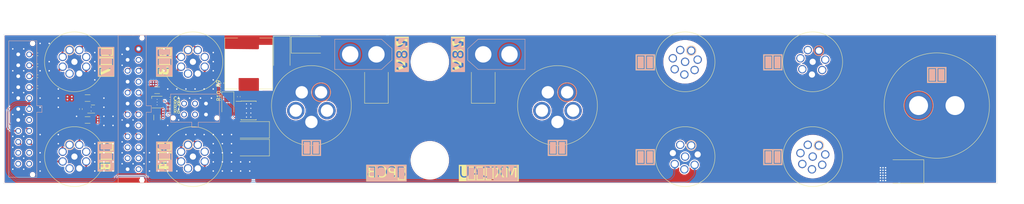
<source format=kicad_pcb>
(kicad_pcb (version 20221018) (generator pcbnew)
  (layers (0 "F.Cu" signal) (1 "In1.Cu" signal) (2 "In2.Cu" signal) (31 "B.Cu" signal) (34 "B.Paste" user) (35 "F.Paste" user) (36 "B.SilkS" user "B.Silkscreen") (37 "F.SilkS" user "F.Silkscreen") (38 "B.Mask" user) (39 "F.Mask" user) (44 "Edge.Cuts" user))
  (net 0 "")
  (net 1 "/TX+")
  (net 2 "/TX-")
  (net 3 "/RX-")
  (net 4 "/RX+")
  (net 6 "GND")
  (net 7 "/MCU2_CAN2_L-")
  (net 8 "/MCU2_CAN2_H+")
  (net 9 "/MCU3_CAN2_L-")
  (net 10 "/MCU3_CAN2_H+")
  (net 11 "+5V")
  (net 12 "/PWM3_Z-B")
  (net 13 "/PWM3_Y-A")
  (net 14 "/AD1_U3")
  (net 15 "/MOTOR3")
  (net 16 "+3.3V")
  (net 17 "/PWM4_Z-B")
  (net 18 "/PWM4_Y-A")
  (net 19 "/AD1_U4")
  (net 20 "/MOTOR4")
  (net 21 "/PWM7_Z-B")
  (net 22 "/PWM7_Y-A")
  (net 23 "/AD1_U7")
  (net 24 "/MOTOR7")
  (net 25 "/PWM8_Z-B")
  (net 26 "/PWM8_Y-A")
  (net 27 "/AD1_U8")
  (net 28 "/MOTOR8")
  (net 29 "/AD2_U3")
  (net 31 "/AD2_U4")
  (net 49 "+12V")
  (net 54 "+28V")
  (net 55 "Net-(IC1-SS{slash}TR)")
  (net 56 "/BOOT")
  (net 57 "/PH")
  (net 58 "Net-(IC1-FB)")
  (net 59 "Net-(IC1-PG)")
  (net 60 "Net-(U2-PG)")
  (net 61 "/FB")
  (footprint "Package_SO:TI_SO-PowerPAD-8_ThermalVias" (layer "F.Cu") (at 117.2 70.9)
    (fp_text reference "U1" hide)
    (fp_text value "TPS5450DDA")
  )
  (footprint "Resistor_SMD:R_0402_1005Metric" (layer "F.Cu") (at 95.62 69.945 180)
    (fp_text reference "R7")
    (fp_text value "523K")
  )
  (footprint "Diode_SMD:D_SMA" (layer "F.Cu") (at 111.5 69.3 -90)
    (fp_text reference "D4" hide)
    (fp_text value "SS56")
  )
  (footprint "Diode_SMD:D_SMC" (layer "F.Cu") (at 297.5 87.65 180)
    (fp_text reference "D1" hide)
    (fp_text value "SMCJ30CA")
  )
  (footprint "Resistor_SMD:R_0402_1005Metric" (layer "F.Cu") (at 59.3 55.5 180)
    (fp_text reference "R1" hide)
    (fp_text value "1K")
  )
  (footprint "UACSocket:UAC20-5" (layer "F.Cu") (at 134.413639 69.543489)
    (fp_text reference "J4" hide)
    (fp_text value "UAV20-5")
  )
  (footprint "Inductor_SMD:L_Sunlord_MWSA1206S-100" (layer "F.Cu") (at 117.2 58 90)
    (fp_text reference "L1" hide)
    (fp_text value "22uH 7A")
  )
  (footprint "Resistor_SMD:R_0402_1005Metric" (layer "F.Cu") (at 59.3 58.5 180)
    (fp_text reference "R2" hide)
    (fp_text value "1K")
  )
  (footprint "Resistor_SMD:R_0402_1005Metric" (layer "F.Cu") (at 109.49 65 180)
    (fp_text reference "R10")
    (fp_text value "1.13K")
  )
  (footprint "UACSocket:UAC16-8" (layer "F.Cu") (at 271.913639 57.543489)
    (fp_text reference "J2" hide)
    (fp_text value "UAC16-8")
  )
  (footprint "Capacitor_Tantalum_SMD:CP_EIA-7343-31_Kemet-D" (layer "F.Cu") (at 118.5 76.2 180)
    (fp_text reference "C3" hide)
    (fp_text value "50V 22uF")
  )
  (footprint "Capacitor_Tantalum_SMD:CP_EIA-7343-31_Kemet-D" (layer "F.Cu") (at 118.5 81.1 180)
    (fp_text reference "C1" hide)
    (fp_text value "50V 22uF")
  )
  (footprint "UACSocket:UAC16-9" (layer "F.Cu") (at 101.913639 57.543489)
    (fp_text reference "J5" hide)
    (fp_text value "UAC16-9")
  )
  (footprint "Resistor_SMD:R_0402_1005Metric" (layer "F.Cu") (at 110 63.4 90)
    (fp_text reference "R9")
    (fp_text value "10K")
  )
  (footprint "UACSocket:UAC16-9" (layer "F.Cu") (at 69.413639 83.543489)
    (fp_text reference "J8" hide)
    (fp_text value "UAC16-9")
  )
  (footprint "Diode_SMD:D_SMC" (layer "F.Cu") (at 152.25 64 90)
    (fp_text reference "D3" hide)
    (fp_text value "SMCJ30CA")
  )
  (footprint "Resistor_SMD:R_0402_1005Metric" (layer "F.Cu") (at 95.62 68.925)
    (fp_text reference "R8")
    (fp_text value "100K")
  )
  (footprint "Capacitor_SMD:C_1206_3216Metric" (layer "F.Cu") (at 73.02 73.5 180)
    (fp_text reference "C5" hide)
    (fp_text value "47uF 50V")
  )
  (footprint "Capacitor_SMD:C_1206_3216Metric" (layer "F.Cu") (at 92.1 72.8 -90)
    (fp_text reference "C8" hide)
    (fp_text value "47uF 50V")
  )
  (footprint "Resistor_SMD:R_0402_1005Metric" (layer "F.Cu") (at 59.3 61.5 180)
    (fp_text reference "R3" hide)
    (fp_text value "1K")
  )
  (footprint "Package_SON:WSON-6-1EP_2x2mm_P0.65mm_EP1x1.6mm_ThermalVias" (layer "F.Cu") (at 74 70.5)
    (fp_text reference "U2" hide)
    (fp_text value "LP5912-3.3DRV")
  )
  (footprint "Diode_SMD:D_SMC" (layer "F.Cu") (at 181.55 64 90)
    (fp_text reference "D2" hide)
    (fp_text value "SMCJ30CA")
  )
  (footprint "Capacitor_SMD:C_1206_3216Metric" (layer "F.Cu") (at 92.1 65.35)
    (fp_text reference "C2" hide)
    (fp_text value "47uF 50V")
  )
  (footprint "Resistor_SMD:R_0402_1005Metric" (layer "F.Cu") (at 95.62 71 180)
    (fp_text reference "R6")
    (fp_text value "100K")
  )
  (footprint "UACSocket:UAC16-9" (layer "F.Cu") (at 69.413639 57.543489)
    (fp_text reference "J7" hide)
    (fp_text value "UAC16-9")
  )
  (footprint "Capacitor_Tantalum_SMD:CP_EIA-7343-31_Kemet-D" (layer "F.Cu") (at 133.3 52.9)
    (fp_text reference "C10" hide)
    (fp_text value "50V 22uF")
  )
  (footprint "UACSocket:UAC28-2" (layer "F.Cu") (at 305.951039 69.543489)
    (fp_text reference "J1" hide)
    (fp_text value "UAC28-2")
  )
  (footprint "Capacitor_SMD:C_0402_1005Metric" (layer "F.Cu") (at 114.5 67.1 90)
    (fp_text reference "C6" hide)
    (fp_text value "100nF 50V")
  )
  (footprint "UACSocket:UAC16-8" (layer "F.Cu") (at 271.913639 83.543489)
    (fp_text reference "J10" hide)
    (fp_text value "UAC16-8")
  )
  (footprint "UACSocket:UAC16-8" (layer "F.Cu") (at 236.913639 83.543489)
    (fp_text reference "J9" hide)
    (fp_text value "UAC16-8")
  )
  (footprint "Resistor_SMD:R_0402_1005Metric" (layer "F.Cu") (at 71.19 70.5 90)
    (fp_text reference "R5" hide)
    (fp_text value "100K")
  )
  (footprint "Capacitor_SMD:C_0402_1005Metric" (layer "F.Cu") (at 95.6 67.625 180)
    (fp_text reference "C4")
    (fp_text value "430pF 50V")
  )
  (footprint "UACSocket:UAC20-5" (layer "F.Cu") (at 201.913639 69.543489)
    (fp_text reference "J3" hide)
    (fp_text value "UAV20-5")
  )
  (footprint "UACSocket:UAC16-8" (layer "F.Cu") (at 236.913639 57.543489)
    (fp_text reference "J11" hide)
    (fp_text value "UAC16-8")
  )
  (footprint "TexasInstruments:TPS82130SILR" (layer "F.Cu") (at 92.1 68.6)
    (fp_text reference "IC1" hide)
    (fp_text value "TPS82130SILR")
  )
  (footprint "UACSocket:UAC16-9" (layer "F.Cu") (at 101.913639 83.543489)
    (fp_text reference "J6" hide)
    (fp_text value "UAC16-9")
  )
  (footprint "Capacitor_Tantalum_SMD:CP_EIA-7343-31_Kemet-D" (layer "F.Cu") (at 126.3 54.9125 -90)
    (fp_text reference "C9" hide)
    (fp_text value "50V 22uF")
  )
  (footprint "Resistor_SMD:R_0402_1005Metric" (layer "F.Cu") (at 59.3 64.5 180)
    (fp_text reference "R4" hide)
    (fp_text value "1K")
  )
  (footprint "Capacitor_SMD:C_1206_3216Metric" (layer "F.Cu") (at 73.02 67.5)
    (fp_text reference "C7" hide)
    (fp_text value "47uF 50V")
  )
  (footprint "Connector_AMASS:AMASS_XT60-F_1x02_P7.20mm_Vertical" (layer "B.Cu") (at 181.55 55.5)
    (fp_text reference "J13" hide)
    (fp_text value "XT60F")
  )
  (footprint "Molex:430450612" (layer "B.Cu") (at 102.5 70.5)
    (fp_text reference "J16" hide)
    (fp_text value "430450612")
  )
  (footprint "Molex:430452412" (layer "B.Cu") (at 85.5 70.5 90)
    (fp_text reference "J14" hide)
    (fp_text value "430452412")
  )
  (footprint "Connector_AMASS:AMASS_XT60-F_1x02_P7.20mm_Vertical" (layer "B.Cu") (at 152.25 55.5 180)
    (fp_text reference "J12" hide)
    (fp_text value "XT60F")
  )
  (footprint "Molex:430452212" (layer "B.Cu") (at 55.5 70.5 90)
    (fp_text reference "J15" hide)
    (fp_text value "430452212")
  )
  (gr_line (start 50 91) (end 50 50) (stroke (width 0.05)) (layer "Edge.Cuts"))
  (gr_circle (center 166.9 84.54) (end 171.9 84.54) (stroke (width 0.05)) (fill none) (layer "Edge.Cuts"))
  (gr_line (start 50 91) (end 322.5 91) (stroke (width 0.05)) (layer "Edge.Cuts"))
  (gr_line (start 50 50) (end 322.5 50) (stroke (width 0.05)) (layer "Edge.Cuts"))
  (gr_circle (center 166.9 57.54) (end 171.9 57.54) (stroke (width 0.05)) (fill none) (layer "Edge.Cuts"))
  (gr_line (start 322.5 91) (end 322.5 50) (stroke (width 0.05)) (layer "Edge.Cuts"))
  (gr_text "尾翼" (at 305.951039 61) (layer "B.SilkS" knockout) (effects (font (size 3 3) (thickness 0.3) bold) (justify mirror)))
  (gr_text "机翼" (at 134.413639 81) (layer "B.SilkS" knockout) (effects (font (size 3 3) (thickness 0.3) bold) (justify mirror)))
  (gr_text "电调8" (at 78 83.543489 90) (layer "B.SilkS" knockout) (effects (font (size 3 3) (thickness 0.3) bold) (justify mirror)))
  (gr_text "预留" (at 261 83.543489) (layer "B.SilkS" knockout) (effects (font (size 3 3) (thickness 0.3) bold) (justify mirror)))
  (gr_text "预留" (at 226 57.543489) (layer "B.SilkS" knockout) (effects (font (size 3 3) (thickness 0.3) bold) (justify mirror)))
  (gr_text "尾翼" (at 201.913639 81) (layer "B.SilkS" knockout) (effects (font (size 3 3) (thickness 0.3) bold) (justify mirror)))
  (gr_text "电调3" (at 94 57.543489 90) (layer "B.SilkS" knockout) (effects (font (size 3 3) (thickness 0.3) bold) (justify mirror)))
  (gr_text "MX连接器" (at 184.049267 88) (layer "B.SilkS" knockout) (effects (font (size 3 3)) (justify mirror)))
  (gr_text "28V" (at 159.5 55.5 90) (layer "B.SilkS" knockout) (effects (font (size 3 3) (thickness 0.3) bold) (justify mirror)))
  (gr_text "右PCB" (at 155 88) (layer "B.SilkS" knockout) (effects (font (size 3 3)) (justify mirror)))
  (gr_text "倾转" (at 226 83.543489) (layer "B.SilkS" knockout) (effects (font (size 3 3) (thickness 0.3) bold) (justify mirror)))
  (gr_text "28V" (at 174.9 55.5 90) (layer "B.SilkS" knockout) (effects (font (size 3 3) (thickness 0.3) bold) (justify mirror)))
  (gr_text "大气" (at 261 57.543489) (layer "B.SilkS" knockout) (effects (font (size 3 3) (thickness 0.3) bold) (justify mirror)))
  (gr_text "电调7" (at 78 57.543489 90) (layer "B.SilkS" knockout) (effects (font (size 3 3) (thickness 0.3) bold) (justify mirror)))
  (gr_text "电调4" (at 94 83.543489 90) (layer "B.SilkS" knockout) (effects (font (size 3 3) (thickness 0.3) bold) (justify mirror)))
  (gr_text "大气" (at 261 57.543489) (layer "F.SilkS" knockout) (effects (font (size 3 3) (thickness 0.3) bold)))
  (gr_text "电调7" (at 78 57.543489 90) (layer "F.SilkS" knockout) (effects (font (size 3 3) (thickness 0.3) bold)))
  (gr_text "28V" (at 174.9 55.5 90) (layer "F.SilkS" knockout) (effects (font (size 3 3) (thickness 0.3) bold)))
  (gr_text "尾翼" (at 305.951039 61) (layer "F.SilkS" knockout) (effects (font (size 3 3) (thickness 0.3) bold)))
  (gr_text "电调3" (at 94 57.543489 90) (layer "F.SilkS" knockout) (effects (font (size 3 3) (thickness 0.3) bold)))
  (gr_text "右PCB" (at 155 88) (layer "F.SilkS" knockout) (effects (font (size 3 3))))
  (gr_text "预留" (at 261 83.543489) (layer "F.SilkS" knockout) (effects (font (size 3 3) (thickness 0.3) bold)))
  (gr_text "UAC连接器" (at 183 88) (layer "F.SilkS" knockout) (effects (font (size 3 3))))
  (gr_text "倾转" (at 226 83.543489) (layer "F.SilkS" knockout) (effects (font (size 3 3) (thickness 0.3) bold)))
  (gr_text "机翼" (at 134.413639 81) (layer "F.SilkS" knockout) (effects (font (size 3 3) (thickness 0.3) bold)))
  (gr_text "28V" (at 159.5 55.5 90) (layer "F.SilkS" knockout) (effects (font (size 3 3) (thickness 0.3) bold)))
  (gr_text "尾翼" (at 201.913639 81) (layer "F.SilkS" knockout) (effects (font (size 3 3) (thickness 0.3) bold)))
  (gr_text "预留" (at 226 57.543489) (layer "F.SilkS" knockout) (effects (font (size 3 3) (thickness 0.3) bold)))
  (gr_text "电调8" (at 78 83.543489 90) (layer "F.SilkS" knockout) (effects (font (size 3 3) (thickness 0.3) bold)))
  (gr_text "电调4" (at 94 83.543489 90) (layer "F.SilkS" knockout) (effects (font (size 3 3) (thickness 0.3) bold)))
  (segment (start 119.9 71.535) (end 117.835 71.535) (width 0.6) (layer "F.Cu") (net 6))
  (via (at 90 87.5) (size 0.6) (drill 0.4) (layers "F.Cu" "B.Cu") (net 6))
  (via (at 55.5 54) (size 0.6) (drill 0.4) (layers "F.Cu" "B.Cu") (net 6))
  (via (at 95 87.5) (size 0.6) (drill 0.4) (layers "F.Cu" "B.Cu") (net 6))
  (via (at 82.5 73.5) (size 0.6) (drill 0.4) (layers "F.Cu" "B.Cu") (net 6))
  (via (at 55.5 87) (size 0.6) (drill 0.4) (layers "F.Cu" "B.Cu") (net 6))
  (via (at 107.5 57.5) (size 0.6) (drill 0.4) (layers "F.Cu" "B.Cu") (net 6))
  (via (at 112.5 80) (size 0.6) (drill 0.4) (layers "F.Cu" "B.Cu") (net 6))
  (via (at 70 72.5) (size 0.6) (drill 0.4) (layers "F.Cu" "B.Cu") (net 6))
  (via (at 55.5 78) (size 0.6) (drill 0.4) (layers "F.Cu" "B.Cu") (net 6))
  (via (at 52.5 54) (size 0.6) (drill 0.4) (layers "F.Cu" "B.Cu") (net 6))
  (via (at 107.5 60) (size 0.6) (drill 0.4) (layers "F.Cu" "B.Cu") (net 6))
  (via (at 94 60) (size 0.6) (drill 0.4) (layers "F.Cu" "B.Cu") (net 6))
  (via (at 102.5 77.5) (size 0.6) (drill 0.4) (layers "F.Cu" "B.Cu") (net 6))
  (via (at 94 54) (size 0.6) (drill 0.4) (layers "F.Cu" "B.Cu") (net 6))
  (via (at 115 85) (size 0.6) (drill 0.4) (layers "F.Cu" "B.Cu") (net 6))
  (via (at 55.5 60) (size 0.6) (drill 0.4) (layers "F.Cu" "B.Cu") (net 6))
  (via (at 117.5 85) (size 0.6) (drill 0.4) (layers "F.Cu" "B.Cu") (net 6))
  (via (at 112.5 87.5) (size 0.6) (drill 0.4) (layers "F.Cu" "B.Cu") (net 6))
  (via (at 112.5 85) (size 0.6) (drill 0.4) (layers "F.Cu" "B.Cu") (net 6))
  (via (at 100 65) (size 0.6) (drill 0.4) (layers "F.Cu" "B.Cu") (net 6))
  (via (at 52.5 66) (size 0.6) (drill 0.4) (layers "F.Cu" "B.Cu") (net 6))
  (via (at 105 77.5) (size 0.6) (drill 0.4) (layers "F.Cu" "B.Cu") (net 6))
  (via (at 88.5 85.5) (size 0.6) (drill 0.4) (layers "F.Cu" "B.Cu") (net 6))
  (via (at 55.5 84) (size 0.6) (drill 0.4) (layers "F.Cu" "B.Cu") (net 6))
  (via (at 290.5 87.3) (size 0.6) (drill 0.4) (layers "F.Cu" "B.Cu") (net 6))
  (via (at 112.5 77.5) (size 0.6) (drill 0.4) (layers "F.Cu" "B.Cu") (net 6))
  (via (at 77.5 70) (size 0.6) (drill 0.4) (layers "F.Cu" "B.Cu") (net 6))
  (via (at 65 80) (size 0.6) (drill 0.4) (layers "F.Cu" "B.Cu") (net 6))
  (via (at 52.5 72) (size 0.6) (drill 0.4) (layers "F.Cu" "B.Cu") (net 6))
  (via (at 98 70.5) (size 0.6) (drill 0.4) (layers "F.Cu" "B.Cu") (net 6))
  (via (at 107.5 65) (size 0.6) (drill 0.4) (layers "F.Cu" "B.Cu") (net 6))
  (via (at 77.5 75) (size 0.6) (drill 0.4) (layers "F.Cu" "B.Cu") (net 6))
  (via (at 291.2 87.3) (size 0.6) (drill 0.4) (layers "F.Cu" "B.Cu") (net 6))
  (via (at 77.5 80) (size 0.6) (drill 0.4) (layers "F.Cu" "B.Cu") (net 6))
  (via (at 52.5 60) (size 0.6) (drill 0.4) (layers "F.Cu" "B.Cu") (net 6))
  (via (at 291.2 90.1) (size 0.6) (drill 0.4) (layers "F.Cu" "B.Cu") (net 6))
  (via (at 62.5 52.5) (size 0.6) (drill 0.4) (layers "F.Cu" "B.Cu") (net 6))
  (via (at 88.5 82.5) (size 0.6) (drill 0.4) (layers "F.Cu" "B.Cu") (net 6))
  (via (at 77.5 87.5) (size 0.6) (drill 0.4) (layers "F.Cu" "B.Cu") (net 6))
  (via (at 60 87.5) (size 0.6) (drill 0.4) (layers "F.Cu" "B.Cu") (net 6))
  (via (at 60 67.5) (size 0.6) (drill 0.4) (layers "F.Cu" "B.Cu") (net 6))
  (via (at 115 87.5) (size 0.6) (drill 0.4) (layers "F.Cu" "B.Cu") (net 6))
  (via (at 291.9 87.3) (size 0.6) (drill 0.4) (layers "F.Cu" "B.Cu") (net 6))
  (via (at 90 85) (size 0.6) (drill 0.4) (layers "F.Cu" "B.Cu") (net 6))
  (via (at 75 80) (size 0.6) (drill 0.4) (layers "F.Cu" "B.Cu") (net 6))
  (via (at 75 55) (size 0.6) (drill 0.4) (layers "F.Cu" "B.Cu") (net 6))
  (via (at 82.5 82.5) (size 0.6) (drill 0.4) (layers "F.Cu" "B.Cu") (net 6))
  (via (at 77.5 85) (size 0.6) (drill 0.4) (layers "F.Cu" "B.Cu") (net 6))
  (via (at 291.2 88) (size 0.6) (drill 0.4) (layers "F.Cu" "B.Cu") (net 6))
  (via (at 107.5 55) (size 0.6) (drill 0.4) (layers "F.Cu" "B.Cu") (net 6))
  (via (at 107.5 62.5) (size 0.6) (drill 0.4) (layers "F.Cu" "B.Cu") (net 6))
  (via (at 85.5 73.5) (size 0.6) (drill 0.4) (layers "F.Cu" "B.Cu") (net 6))
  (via (at 82.5 79.5) (size 0.6) (drill 0.4) (layers "F.Cu" "B.Cu") (net 6))
  (via (at 60 77.5) (size 0.6) (drill 0.4) (layers "F.Cu" "B.Cu") (net 6))
  (via (at 65 70) (size 0.6) (drill 0.4) (layers "F.Cu" "B.Cu") (net 6))
  (via (at 107.5 87.5) (size 0.6) (drill 0.4) (layers "F.Cu" "B.Cu") (net 6))
  (via (at 290.5 88) (size 0.6) (drill 0.4) (layers "F.Cu" "B.Cu") (net 6))
  (via (at 291.2 86.6) (size 0.6) (drill 0.4) (layers "F.Cu" "B.Cu") (net 6))
  (via (at 60 70) (size 0.6) (drill 0.4) (layers "F.Cu" "B.Cu") (net 6))
  (via (at 291.9 86.6) (size 0.6) (drill 0.4) (layers "F.Cu" "B.Cu") (net 6))
  (via (at 107 67.5) (size 0.6) (drill 0.4) (layers "F.Cu" "B.Cu") (net 6))
  (via (at 75 60) (size 0.6) (drill 0.4) (layers "F.Cu" "B.Cu") (net 6))
  (via (at 60 52.5) (size 0.6) (drill 0.4) (layers "F.Cu" "B.Cu") (net 6))
  (via (at 92.5 77.5) (size 0.6) (drill 0.4) (layers "F.Cu" "B.Cu") (net 6))
  (via (at 95 82.5) (size 0.6) (drill 0.4) (layers "F.Cu" "B.Cu") (net 6))
  (via (at 62.5 57.5) (size 0.6) (drill 0.4) (layers "F.Cu" "B.Cu") (net 6))
  (via (at 107.5 77.5) (size 0.6) (drill 0.4) (layers "F.Cu" "B.Cu") (net 6))
  (via (at 98 73.5) (size 0.6) (drill 0.4) (layers "F.Cu" "B.Cu") (net 6))
  (via (at 105 65) (size 0.6) (drill 0.4) (layers "F.Cu" "B.Cu") (net 6))
  (via (at 75 87.5) (size 0.6) (drill 0.4) (layers "F.Cu" "B.Cu") (net 6))
  (via (at 95 65) (size 0.6) (drill 0.4) (layers "F.Cu" "B.Cu") (net 6))
  (via (at 82.5 58.5) (size 0.6) (drill 0.4) (layers "F.Cu" "B.Cu") (net 6))
  (via (at 97.5 65) (size 0.6) (drill 0.4) (layers "F.Cu" "B.Cu") (net 6))
  (via (at 291.9 88.7) (size 0.6) (drill 0.4) (layers "F.Cu" "B.Cu") (net 6))
  (via (at 290.5 86.6) (size 0.6) (drill 0.4) (layers "F.Cu" "B.Cu") (net 6))
  (via (at 80 85) (size 0.6) (drill 0.4) (layers "F.Cu" "B.Cu") (net 6))
  (via (at 77.5 82.5) (size 0.6) (drill 0.4) (layers "F.Cu" "B.Cu") (net 6))
  (via (at 98 67.5) (size 0.6) (drill 0.4) (layers "F.Cu" "B.Cu") (net 6))
  (via (at 107.5 85) (size 0.6) (drill 0.4) (layers "F.Cu" "B.Cu") (net 6))
  (via (at 290.5 90.1) (size 0.6) (drill 0.4) (layers "F.Cu" "B.Cu") (net 6))
  (via (at 101 67.5) (size 0.6) (drill 0.4) (layers "F.Cu" "B.Cu") (net 6))
  (via (at 52.5 87) (size 0.6) (drill 0.4) (layers "F.Cu" "B.Cu") (net 6))
  (via (at 110 80) (size 0.6) (drill 0.4) (layers "F.Cu" "B.Cu") (net 6))
  (via (at 291.2 89.4) (size 0.6) (drill 0.4) (layers "F.Cu" "B.Cu") (net 6))
  (via (at 92.5 82.5) (size 0.6) (drill 0.4) (layers "F.Cu" "B.Cu") (net 6))
  (via (at 110 85) (size 0.6) (drill 0.4) (layers "F.Cu" "B.Cu") (net 6))
  (via (at 112.5 82.5) (size 0.6) (drill 0.4) (layers "F.Cu" "B.Cu") (net 6))
  (via (at 80 82.5) (size 0.6) (drill 0.4) (layers "F.Cu" "B.Cu") (net 6))
  (via (at 104 67.5) (size 0.6) (drill 0.4) (layers "F.Cu" "B.Cu") (net 6))
  (via (at 92.5 87.5) (size 0.6) (drill 0.4) (layers "F.Cu" "B.Cu") (net 6))
  (via (at 291.2 88.7) (size 0.6) (drill 0.4) (layers "F.Cu" "B.Cu") (net 6))
  (via (at 85.5 85.5) (size 0.6) (drill 0.4) (layers "F.Cu" "B.Cu") (net 6))
  (via (at 77.5 67.5) (size 0.6) (drill 0.4) (layers "F.Cu" "B.Cu") (net 6))
  (via (at 52.5 84) (size 0.6) (drill 0.4) (layers "F.Cu" "B.Cu") (net 6))
  (via (at 107.5 80) (size 0.6) (drill 0.4) (layers "F.Cu" "B.Cu") (net 6))
  (via (at 60 60) (size 0.6) (drill 0.4) (layers "F.Cu" "B.Cu") (net 6))
  (via (at 75 82.5) (size 0.6) (drill 0.4) (layers "F.Cu" "B.Cu") (net 6))
  (via (at 95 75) (size 0.6) (drill 0.4) (layers "F.Cu" "B.Cu") (net 6))
  (via (at 60 82.5) (size 0.6) (drill 0.4) (layers "F.Cu" "B.Cu") (net 6))
  (via (at 65 77.5) (size 0.6) (drill 0.4) (layers "F.Cu" "B.Cu") (net 6))
  (via (at 77.5 72.5) (size 0.6) (drill 0.4) (layers "F.Cu" "B.Cu") (net 6))
  (via (at 80 87.5) (size 0.6) (drill 0.4) (layers "F.Cu" "B.Cu") (net 6))
  (via (at 80 80) (size 0.6) (drill 0.4) (layers "F.Cu" "B.Cu") (net 6))
  (via (at 95 85) (size 0.6) (drill 0.4) (layers "F.Cu" "B.Cu") (net 6))
  (via (at 65 65) (size 0.6) (drill 0.4) (layers "F.Cu" "B.Cu") (net 6))
  (via (at 291.9 88) (size 0.6) (drill 0.4) (layers "F.Cu" "B.Cu") (net 6))
  (via (at 102.5 65) (size 0.6) (drill 0.4) (layers "F.Cu" "B.Cu") (net 6))
  (via (at 82.5 85.5) (size 0.6) (drill 0.4) (layers "F.Cu" "B.Cu") (net 6))
  (via (at 110 82.5) (size 0.6) (drill 0.4) (layers "F.Cu" "B.Cu") (net 6))
  (via (at 110 87.5) (size 0.6) (drill 0.4) (layers "F.Cu" "B.Cu") (net 6))
  (via (at 65 67.5) (size 0.6) (drill 0.4) (layers "F.Cu" "B.Cu") (net 6))
  (via (at 107.5 82.5) (size 0.6) (drill 0.4) (layers "F.Cu" "B.Cu") (net 6))
  (via (at 80 75) (size 0.6) (drill 0.4) (layers "F.Cu" "B.Cu") (net 6))
  (via (at 60 85) (size 0.6) (drill 0.4) (layers "F.Cu" "B.Cu") (net 6))
  (via (at 290.5 89.4) (size 0.6) (drill 0.4) (layers "F.Cu" "B.Cu") (net 6))
  (via (at 110 77.5) (size 0.6) (drill 0.4) (layers "F.Cu" "B.Cu") (net 6))
  (via (at 52.5 81) (size 0.6) (drill 0.4) (layers "F.Cu" "B.Cu") (net 6))
  (via (at 82.5 55.5) (size 0.6) (drill 0.4) (layers "F.Cu" "B.Cu") (net 6))
  (via (at 75 57.5) (size 0.6) (drill 0.4) (layers "F.Cu" "B.Cu") (net 6))
  (via (at 100 77.5) (size 0.6) (drill 0.4) (layers "F.Cu" "B.Cu") (net 6))
  (via (at 90 82.5) (size 0.6) (drill 0.4) (layers "F.Cu" "B.Cu") (net 6))
  (via (at 97.5 87.5) (size 0.6) (drill 0.4) (layers "F.Cu" "B.Cu") (net 6))
  (via (at 290.5 88.7) (size 0.6) (drill 0.4) (layers "F.Cu" "B.Cu") (net 6))
  (via (at 291.9 90.1) (size 0.6) (drill 0.4) (layers "F.Cu" "B.Cu") (net 6))
  (via (at 75 62.5) (size 0.6) (drill 0.4) (layers "F.Cu" "B.Cu") (net 6))
  (via (at 62.5 60) (size 0.6) (drill 0.4) (layers "F.Cu" "B.Cu") (net 6))
  (via (at 55.5 72) (size 0.6) (drill 0.4) (layers "F.Cu" "B.Cu") (net 6))
  (via (at 80 72.5) (size 0.6) (drill 0.4) (layers "F.Cu" "B.Cu") (net 6))
  (via (at 92.5 85) (size 0.6) (drill 0.4) (layers "F.Cu" "B.Cu") (net 6))
  (via (at 291.9 89.4) (size 0.6) (drill 0.4) (layers "F.Cu" "B.Cu") (net 6))
  (via (at 52.5 78) (size 0.6) (drill 0.4) (layers "F.Cu" "B.Cu") (net 6))
  (via (at 117.5 87.5) (size 0.6) (drill 0.4) (layers "F.Cu" "B.Cu") (net 6))
  (via (at 55.5 66) (size 0.6) (drill 0.4) (layers "F.Cu" "B.Cu") (net 6))
  (via (at 75 85) (size 0.6) (drill 0.4) (layers "F.Cu" "B.Cu") (net 6))
  (segment (start 95.11 71) (end 95.11 69.945) (width 0.15) (layer "F.Cu") (net 11))
  (segment (start 95.11 71) (end 94 71) (width 0.15) (layer "F.Cu") (net 11))
  (segment (start 74.8875 69.85) (end 75.1 69.85) (width 0.4) (layer "F.Cu") (net 11))
  (segment (start 74.8875 69.85) (end 74.8875 69.5) (width 0.4) (layer "F.Cu") (net 11))
  (segment (start 74.8875 71.15) (end 75.65 71.15) (width 0.15) (layer "F.Cu") (net 11))
  (via (at 75.8 72.7) (size 0.6) (drill 0.4) (layers "F.Cu" "B.Cu") (net 11))
  (via (at 93.7 72.8) (size 0.6) (drill 0.4) (layers "F.Cu" "B.Cu") (net 11))
  (via (at 75.8 74.1) (size 0.6) (drill 0.4) (layers "F.Cu" "B.Cu") (net 11))
  (via (at 75.8 73.4) (size 0.6) (drill 0.4) (layers "F.Cu" "B.Cu") (net 11))
  (via (at 93.7 71.4) (size 0.6) (drill 0.4) (layers "F.Cu" "B.Cu") (net 11))
  (via (at 93.7 72.1) (size 0.6) (drill 0.4) (layers "F.Cu" "B.Cu") (net 11))
  (via (at 93.7 70.7) (size 0.6) (drill 0.4) (layers "F.Cu" "B.Cu") (net 11))
  (segment (start 96.882298 55.317702) (end 98.814214 53.385786) (width 0.15) (layer "F.Cu") (net 12))
  (segment (start 100.228427 52.8) (end 100.911723 52.8) (width 0.15) (layer "F.Cu") (net 12))
  (segment (start 94.800674 55.903489) (end 95.468084 55.903489) (width 0.15) (layer "F.Cu") (net 12))
  (segment (start 102.325937 53.385787) (end 103.253639 54.313489) (width 0.15) (layer "F.Cu") (net 12))
  (segment (start 91.661523 58.214213) (end 93.386461 56.489275) (width 0.15) (layer "F.Cu") (net 12))
  (segment (start 84 60) (end 84.907107 59.092893) (width 0.15) (layer "F.Cu") (net 12))
  (segment (start 85.614214 58.8) (end 90.247309 58.8) (width 0.15) (layer "F.Cu") (net 12))
  (arc (start 100.228427 52.8) (mid 99.46306 52.952241) (end 98.814214 53.385786) (width 0.15) (layer "F.Cu") (net 12))
  (arc (start 93.386461 56.489275) (mid 94.035307 56.05573) (end 94.800674 55.903489) (width 0.15) (layer "F.Cu") (net 12))
  (arc (start 96.882298 55.317702) (mid 96.233451 55.751248) (end 95.468084 55.903489) (width 0.15) (layer "F.Cu") (net 12))
  (arc (start 102.325937 53.385787) (mid 101.67709 52.952241) (end 100.911723 52.8) (width 0.15) (layer "F.Cu") (net 12))
  (arc (start 91.661523 58.214213) (mid 91.012676 58.647759) (end 90.247309 58.8) (width 0.15) (layer "F.Cu") (net 12))
  (arc (start 85.614214 58.8) (mid 85.231531 58.87612) (end 84.907107 59.092893) (width 0.15) (layer "F.Cu") (net 12))
  (segment (start 92.451469 58.272796) (end 92.946444 58.767771) (width 0.15) (layer "F.Cu") (net 13))
  (segment (start 92.451471 57.84853) (end 92.45147 57.84853) (width 0.15) (layer "F.Cu") (net 13))
  (segment (start 90.785787 59.1) (end 90.7 59.1) (width 0.15) (layer "F.Cu") (net 13))
  (segment (start 93.299999 57.424266) (end 93.794974 57.919241) (width 0.15) (layer "F.Cu") (net 13))
  (segment (start 87.578972 59.421028) (end 87 60) (width 0.15) (layer "F.Cu") (net 13))
  (segment (start 91.602941 58.69706) (end 91.492893 58.807108) (width 0.15) (layer "F.Cu") (net 13))
  (segment (start 92.52218 59.192035) (end 92.027206 58.697061) (width 0.15) (layer "F.Cu") (net 13))
  (segment (start 92.45147 58.272796) (end 92.451469 58.272796) (width 0.15) (layer "F.Cu") (net 13))
  (segment (start 89.8 60.1) (end 89.8 59.4) (width 0.15) (layer "F.Cu") (net 13))
  (segment (start 91.602942 58.697061) (end 91.602941 58.69706) (width 0.15) (layer "F.Cu") (net 13))
  (segment (start 89.2 59.4) (end 89.2 60.1) (width 0.15) (layer "F.Cu") (net 13))
  (segment (start 93.510725 56.789275) (end 93.3 57) (width 0.15) (layer "F.Cu") (net 13))
  (segment (start 93.37071 58.343505) (end 92.875736 57.848531) (width 0.15) (layer "F.Cu") (net 13))
  (segment (start 88.6 60.1) (end 88.6 59.4) (width 0.15) (layer "F.Cu") (net 13))
  (segment (start 98.683639 56.203489) (end 96.5 56.203489) (width 0.15) (layer "F.Cu") (net 13))
  (segment (start 88.3 59.1) (end 88.107107 59.1) (width 0.15) (layer "F.Cu") (net 13))
  (segment (start 93.3 57.424266) (end 93.299999 57.424266) (width 0.15) (layer "F.Cu") (net 13))
  (segment (start 95.3 56.203489) (end 94.924938 56.203489) (width 0.15) (layer "F.Cu") (net 13))
  (segment (start 87.753554 59.246446) (end 87.578972 59.421028) (width 0.15) (layer "F.Cu") (net 13))
  (segment (start 92.451472 57.848531) (end 92.451471 57.84853) (width 0.15) (layer "F.Cu") (net 13))
  (segment (start 96.2 56.503489) (end 96.2 57.203489) (width 0.15) (layer "F.Cu") (net 13))
  (segment (start 90.4 59.4) (end 90.4 60.1) (width 0.15) (layer "F.Cu") (net 13))
  (segment (start 95.6 57.203489) (end 95.6 56.503489) (width 0.15) (layer "F.Cu") (net 13))
  (arc (start 92.946444 58.767771) (mid 93.034312 58.979903) (end 92.946444 59.192035) (width 0.15) (layer "F.Cu") (net 13))
  (arc (start 93.3 57) (mid 93.212131 57.212134) (end 93.3 57.424266) (width 0.15) (layer "F.Cu") (net 13))
  (arc (start 96.2 57.203489) (mid 96.112132 57.415621) (end 95.9 57.503489) (width 0.15) (layer "F.Cu") (net 13))
  (arc (start 90.7 59.1) (mid 90.487868 59.187868) (end 90.4 59.4) (width 0.15) (layer "F.Cu") (net 13))
  (arc (start 88.107107 59.1) (mid 87.915766 59.13806) (end 87.753554 59.246446) (width 0.15) (layer "F.Cu") (net 13))
  (arc (start 92.45147 57.84853) (mid 92.363601 58.060664) (end 92.45147 58.272796) (width 0.15) (layer "F.Cu") (net 13))
  (arc (start 88.9 60.4) (mid 88.687868 60.312132) (end 88.6 60.1) (width 0.15) (layer "F.Cu") (net 13))
  (arc (start 88.6 59.4) (mid 88.512132 59.187868) (end 88.3 59.1) (width 0.15) (layer "F.Cu") (net 13))
  (arc (start 89.8 59.4) (mid 89.712132 59.187868) (end 89.5 59.1) (width 0.15) (layer "F.Cu") (net 13))
  (arc (start 93.794974 57.919241) (mid 93.882842 58.131373) (end 93.794974 58.343505) (width 0.15) (layer "F.Cu") (net 13))
  (arc (start 89.5 59.1) (mid 89.287868 59.187868) (end 89.2 59.4) (width 0.15) (layer "F.Cu") (net 13))
  (arc (start 91.492893 58.807108) (mid 91.16847 59.02388) (end 90.785787 59.1) (width 0.15) (layer "F.Cu") (net 13))
  (arc (start 94.924938 56.203489) (mid 94.159571 56.35573) (end 93.510725 56.789275) (width 0.15) (layer "F.Cu") (net 13))
  (arc (start 92.027206 58.697061) (mid 91.815074 58.609193) (end 91.602942 58.697061) (width 0.15) (layer "F.Cu") (net 13))
  (arc (start 92.946444 59.192035) (mid 92.734312 59.279903) (end 92.52218 59.192035) (width 0.15) (layer "F.Cu") (net 13))
  (arc (start 89.2 60.1) (mid 89.112132 60.312132) (end 88.9 60.4) (width 0.15) (layer "F.Cu") (net 13))
  (arc (start 96.5 56.203489) (mid 96.287868 56.291357) (end 96.2 56.503489) (width 0.15) (layer "F.Cu") (net 13))
  (arc (start 92.875736 57.848531) (mid 92.663604 57.760663) (end 92.451472 57.848531) (width 0.15) (layer "F.Cu") (net 13))
  (arc (start 93.794974 58.343505) (mid 93.582842 58.431373) (end 93.37071 58.343505) (width 0.15) (layer "F.Cu") (net 13))
  (arc (start 90.1 60.4) (mid 89.887868 60.312132) (end 89.8 60.1) (width 0.15) (layer "F.Cu") (net 13))
  (arc (start 95.9 57.503489) (mid 95.687868 57.415621) (end 95.6 57.203489) (width 0.15) (layer "F.Cu") (net 13))
  (arc (start 90.4 60.1) (mid 90.312132 60.312132) (end 90.1 60.4) (width 0.15) (layer "F.Cu") (net 13))
  (arc (start 95.6 56.503489) (mid 95.512132 56.291357) (end 95.3 56.203489) (width 0.15) (layer "F.Cu") (net 13))
  (segment (start 61.312995 55.914213) (end 64.898529 52.328679) (width 0.15) (layer "F.Cu") (net 14))
  (segment (start 83.928427 61.5) (end 95.238701 61.5) (width 0.15) (layer "F.Cu") (net 14))
  (segment (start 79.044975 52.035787) (end 80.764214 53.755026) (width 0.15) (layer "F.Cu") (net 14))
  (segment (start 96.652915 60.914213) (end 98.683639 58.883489) (width 0.15) (layer "F.Cu") (net 14))
  (segment (start 81.935787 60.335787) (end 82.514214 60.914214) (width 0.15) (layer "F.Cu") (net 14))
  (segment (start 57 55.5) (end 58.79 55.5) (width 0.15) (layer "F.Cu") (net 14))
  (segment (start 59.29 56.5) (end 59.898781 56.5) (width 0.15) (layer "F.Cu") (net 14))
  (segment (start 67.019849 51.45) (end 77.630761 51.45) (width 0.15) (layer "F.Cu") (net 14))
  (segment (start 81.35 55.169239) (end 81.35 58.921573) (width 0.15) (layer "F.Cu") (net 14))
  (segment (start 58.79 55.5) (end 58.79 56) (width 0.15) (layer "F.Cu") (net 14))
  (arc (start 79.044975 52.035787) (mid 78.396128 51.602241) (end 77.630761 51.45) (width 0.15) (layer "F.Cu") (net 14))
  (arc (start 80.764214 53.755026) (mid 81.197759 54.403872) (end 81.35 55.169239) (width 0.15) (layer "F.Cu") (net 14))
  (arc (start 96.652915 60.914213) (mid 96.004068 61.347759) (end 95.238701 61.5) (width 0.15) (layer "F.Cu") (net 14))
  (arc (start 64.898529 52.328679) (mid 65.871799 51.678361) (end 67.019849 51.45) (width 0.15) (layer "F.Cu") (net 14))
  (arc (start 58.79 56) (mid 58.936447 56.353553) (end 59.29 56.5) (width 0.15) (layer "F.Cu") (net 14))
  (arc (start 61.312995 55.914213) (mid 60.664148 56.347759) (end 59.898781 56.5) (width 0.15) (layer "F.Cu") (net 14))
  (arc (start 82.514214 60.914214) (mid 83.16306 61.347759) (end 83.928427 61.5) (width 0.15) (layer "F.Cu") (net 14))
  (arc (start 81.35 58.921573) (mid 81.502241 59.68694) (end 81.935787 60.335787) (width 0.15) (layer "F.Cu") (net 14))
  (segment (start 104.492893 62.107107) (end 104.850746 61.749254) (width 0.15) (layer "F.Cu") (net 15))
  (segment (start 51.1 75.185786) (end 51.1 59.678427) (width 0.15) (layer "F.Cu") (net 15))
  (segment (start 89.057107 61.95) (end 95.425097 61.95) (width 0.15) (layer "F.Cu") (net 15))
  (segment (start 97.717738 60.9) (end 98.085786 60.9) (width 0.15) (layer "F.Cu") (net 15))
  (segment (start 61.499391 56.364213) (end 65.084925 52.778679) (width 0.15) (layer "F.Cu") (net 15))
  (segment (start 67.206245 51.9) (end 77.444365 51.9) (width 0.15) (layer "F.Cu") (net 15))
  (segment (start 84.028427 64.3) (end 87.085786 64.3) (width 0.15) (layer "F.Cu") (net 15))
  (segment (start 51.707107 76.207107) (end 51.392893 75.892893) (width 0.15) (layer "F.Cu") (net 15))
  (segment (start 53.828427 56.95) (end 60.085177 56.95) (width 0.15) (layer "F.Cu") (net 15))
  (segment (start 88.4 62.985786) (end 88.4 62.607107) (width 0.15) (layer "F.Cu") (net 15))
  (segment (start 88.546447 62.253553) (end 88.703554 62.096446) (width 0.15) (layer "F.Cu") (net 15))
  (segment (start 54 76.5) (end 52.414214 76.5) (width 0.15) (layer "F.Cu") (net 15))
  (segment (start 80.9 55.355635) (end 80.9 61.171573) (width 0.15) (layer "F.Cu") (net 15))
  (segment (start 96.839311 61.364213) (end 97.010631 61.192893) (width 0.15) (layer "F.Cu") (net 15))
  (segment (start 98.792893 61.192893) (end 99.414214 61.814214) (width 0.15) (layer "F.Cu") (net 15))
  (segment (start 81.485787 62.585787) (end 82.614214 63.714214) (width 0.15) (layer "F.Cu") (net 15))
  (segment (start 51.685787 58.264213) (end 52.414214 57.535786) (width 0.15) (layer "F.Cu") (net 15))
  (segment (start 78.858579 52.485787) (end 80.314214 53.941422) (width 0.15) (layer "F.Cu") (net 15))
  (segment (start 87.792893 64.007107) (end 88.107107 63.692893) (width 0.15) (layer "F.Cu") (net 15))
  (segment (start 100.828427 62.4) (end 103.785786 62.4) (width 0.15) (layer "F.Cu") (net 15))
  (segment (start 105.143639 61.042147) (end 105.143639 58.883489) (width 0.15) (layer "F.Cu") (net 15))
  (arc (start 80.9 61.171573) (mid 81.052241 61.93694) (end 81.485787 62.585787) (width 0.15) (layer "F.Cu") (net 15))
  (arc (start 104.850746 61.749254) (mid 105.067519 61.424831) (end 105.143639 61.042147) (width 0.15) (layer "F.Cu") (net 15))
  (arc (start 95.425097 61.95) (mid 96.190464 61.797759) (end 96.839311 61.364213) (width 0.15) (layer "F.Cu") (net 15))
  (arc (start 99.414214 61.814214) (mid 100.06306 62.247759) (end 100.828427 62.4) (width 0.15) (layer "F.Cu") (net 15))
  (arc (start 97.717738 60.9) (mid 97.335055 60.97612) (end 97.010631 61.192893) (width 0.15) (layer "F.Cu") (net 15))
  (arc (start 80.314214 53.941422) (mid 80.747759 54.590268) (end 80.9 55.355635) (width 0.15) (layer "F.Cu") (net 15))
  (arc (start 88.546447 62.253553) (mid 88.43806 62.415765) (end 88.4 62.607107) (width 0.15) (layer "F.Cu") (net 15))
  (arc (start 52.414214 57.535786) (mid 53.06306 57.102241) (end 53.828427 56.95) (width 0.15) (layer "F.Cu") (net 15))
  (arc (start 77.444365 51.9) (mid 78.209732 52.052241) (end 78.858579 52.485787) (width 0.15) (layer "F.Cu") (net 15))
  (arc (start 87.792893 64.007107) (mid 87.46847 64.22388) (end 87.085786 64.3) (width 0.15) (layer "F.Cu") (net 15))
  (arc (start 88.107107 63.692893) (mid 88.32388 63.36847) (end 88.4 62.985786) (width 0.15) (layer "F.Cu") (net 15))
  (arc (start 98.792893 61.192893) (mid 98.46847 60.97612) (end 98.085786 60.9) (width 0.15) (layer "F.Cu") (net 15))
  (arc (start 89.057107 61.95) (mid 88.865766 61.98806) (end 88.703554 62.096446) (width 0.15) (layer "F.Cu") (net 15))
  (arc (start 60.085177 56.95) (mid 60.850544 56.797759) (end 61.499391 56.364213) (width 0.15) (layer "F.Cu") (net 15))
  (arc (start 104.492893 62.107107) (mid 104.16847 62.32388) (end 103.785786 62.4) (width 0.15) (layer "F.Cu") (net 15))
  (arc (start 51.1 75.185786) (mid 51.17612 75.568469) (end 51.392893 75.892893) (width 0.15) (layer "F.Cu") (net 15))
  (arc (start 84.028427 64.3) (mid 83.26306 64.147759) (end 82.614214 63.714214) (width 0.15) (layer "F.Cu") (net 15))
  (arc (start 67.206245 51.9) (mid 66.058195 52.128361) (end 65.084925 52.778679) (width 0.15) (layer "F.Cu") (net 15))
  (arc (start 51.685787 58.264213) (mid 51.252241 58.91306) (end 51.1 59.678427) (width 0.15) (layer "F.Cu") (net 15))
  (arc (start 52.414214 76.5) (mid 52.031531 76.42388) (end 51.707107 76.207107) (width 0.15) (layer "F.Cu") (net 15))
  (segment (start 73.1125 69.85) (end 73.1125 69.5125) (width 0.4) (layer "F.Cu") (net 16))
  (segment (start 73.1125 69.85) (end 72.75 69.85) (width 0.4) (layer "F.Cu") (net 16))
  (via (at 67.5 67.9) (size 0.6) (drill 0.4) (layers "F.Cu" "B.Cu") (net 16))
  (via (at 68.7 67.9) (size 0.6) (drill 0.4) (layers "F.Cu" "B.Cu") (net 16))
  (via (at 67.5 67.1) (size 0.6) (drill 0.4) (layers "F.Cu" "B.Cu") (net 16))
  (via (at 68.7 67.1) (size 0.6) (drill 0.4) (layers "F.Cu" "B.Cu") (net 16))
  (segment (start 87.792893 64.992893) (end 88.007107 65.207107) (width 0.15) (layer "F.Cu") (net 17))
  (segment (start 84 66) (end 85.007107 64.992893) (width 0.15) (layer "F.Cu") (net 17))
  (segment (start 102.07949 79.13934) (end 103.253639 80.313489) (width 0.15) (layer "F.Cu") (net 17))
  (segment (start 85.714214 64.7) (end 87.085786 64.7) (width 0.15) (layer "F.Cu") (net 17))
  (segment (start 91.42132 78.7) (end 101.01883 78.7) (width 0.15) (layer "F.Cu") (net 17))
  (segment (start 88.592893 67.168629) (end 89.31066 67.886396) (width 0.15) (layer "F.Cu") (net 17))
  (segment (start 88.3 65.914214) (end 88.3 66.461522) (width 0.15) (layer "F.Cu") (net 17))
  (segment (start 90.18934 78.08934) (end 90.36066 78.26066) (width 0.15) (layer "F.Cu") (net 17))
  (segment (start 89.75 68.947056) (end 89.75 77.02868) (width 0.15) (layer "F.Cu") (net 17))
  (arc (start 85.007107 64.992893) (mid 85.33153 64.77612) (end 85.714214 64.7) (width 0.15) (layer "F.Cu") (net 17))
  (arc (start 89.31066 67.886396) (mid 89.635819 68.373031) (end 89.75 68.947056) (width 0.15) (layer "F.Cu") (net 17))
  (arc (start 102.07949 79.13934) (mid 101.592855 78.814181) (end 101.01883 78.7) (width 0.15) (layer "F.Cu") (net 17))
  (arc (start 90.18934 78.08934) (mid 89.864181 77.602705) (end 89.75 77.02868) (width 0.15) (layer "F.Cu") (net 17))
  (arc (start 88.3 65.914214) (mid 88.22388 65.531531) (end 88.007107 65.207107) (width 0.15) (layer "F.Cu") (net 17))
  (arc (start 90.36066 78.26066) (mid 90.847295 78.585819) (end 91.42132 78.7) (width 0.15) (layer "F.Cu") (net 17))
  (arc (start 88.592893 67.168629) (mid 88.37612 66.844206) (end 88.3 66.461522) (width 0.15) (layer "F.Cu") (net 17))
  (arc (start 87.085786 64.7) (mid 87.468469 64.77612) (end 87.792893 64.992893) (width 0.15) (layer "F.Cu") (net 17))
  (segment (start 94.5 79.3) (end 94.5 79.7) (width 0.15) (layer "F.Cu") (net 18))
  (segment (start 92.7 79.7) (end 92.7 79.3) (width 0.15) (layer "F.Cu") (net 18))
  (segment (start 96.3 79.7) (end 96.3 79.3) (width 0.15) (layer "F.Cu") (net 18))
  (segment (start 93.9 79.7) (end 93.9 79.3) (width 0.15) (layer "F.Cu") (net 18))
  (segment (start 93.3 79.3) (end 93.3 79.7) (width 0.15) (layer "F.Cu") (net 18))
  (segment (start 98.390746 79.390746) (end 98.292893 79.292893) (width 0.15) (layer "F.Cu") (net 18))
  (segment (start 92.1 79.3) (end 92.1 79.7) (width 0.15) (layer "F.Cu") (net 18))
  (segment (start 95.1 79.7) (end 95.1 79.3) (width 0.15) (layer "F.Cu") (net 18))
  (segment (start 91.2 79) (end 91.157716 79) (width 0.15) (layer "F.Cu") (net 18))
  (segment (start 90.097056 78.56066) (end 89.88934 78.352944) (width 0.15) (layer "F.Cu") (net 18))
  (segment (start 89.01066 68.01066) (end 87 66) (width 0.15) (layer "F.Cu") (net 18))
  (segment (start 95.7 79.3) (end 95.7 79.7) (width 0.15) (layer "F.Cu") (net 18))
  (segment (start 98.683639 82.203489) (end 98.683639 80.097853) (width 0.15) (layer "F.Cu") (net 18))
  (segment (start 97.585786 79) (end 97.2 79) (width 0.15) (layer "F.Cu") (net 18))
  (segment (start 89.45 77.292284) (end 89.45 69.07132) (width 0.15) (layer "F.Cu") (net 18))
  (segment (start 91.5 79.7) (end 91.5 79.3) (width 0.15) (layer "F.Cu") (net 18))
  (segment (start 96.9 79.3) (end 96.9 79.7) (width 0.15) (layer "F.Cu") (net 18))
  (arc (start 93 80) (mid 92.787868 79.912132) (end 92.7 79.7) (width 0.15) (layer "F.Cu") (net 18))
  (arc (start 89.88934 78.352944) (mid 89.564181 77.866309) (end 89.45 77.292284) (width 0.15) (layer "F.Cu") (net 18))
  (arc (start 94.8 79) (mid 94.587868 79.087868) (end 94.5 79.3) (width 0.15) (layer "F.Cu") (net 18))
  (arc (start 92.1 79.7) (mid 92.012132 79.912132) (end 91.8 80) (width 0.15) (layer "F.Cu") (net 18))
  (arc (start 96.6 80) (mid 96.387868 79.912132) (end 96.3 79.7) (width 0.15) (layer "F.Cu") (net 18))
  (arc (start 98.683639 80.097853) (mid 98.607519 79.71517) (end 98.390746 79.390746) (width 0.15) (layer "F.Cu") (net 18))
  (arc (start 91.5 79.3) (mid 91.412132 79.087868) (end 91.2 79) (width 0.15) (layer "F.Cu") (net 18))
  (arc (start 98.292893 79.292893) (mid 97.968469 79.07612) (end 97.585786 79) (width 0.15) (layer "F.Cu") (net 18))
  (arc (start 89.45 69.07132) (mid 89.335819 68.497295) (end 89.01066 68.01066) (width 0.15) (layer "F.Cu") (net 18))
  (arc (start 91.8 80) (mid 91.587868 79.912132) (end 91.5 79.7) (width 0.15) (layer "F.Cu") (net 18))
  (arc (start 95.7 79.7) (mid 95.612132 79.912132) (end 95.4 80) (width 0.15) (layer "F.Cu") (net 18))
  (arc (start 95.1 79.3) (mid 95.012132 79.087868) (end 94.8 79) (width 0.15) (layer "F.Cu") (net 18))
  (arc (start 91.157716 79) (mid 90.583691 78.885819) (end 90.097056 78.56066) (width 0.15) (layer "F.Cu") (net 18))
  (arc (start 95.4 80) (mid 95.187868 79.912132) (end 95.1 79.7) (width 0.15) (layer "F.Cu") (net 18))
  (arc (start 96.3 79.3) (mid 96.212132 79.087868) (end 96 79) (width 0.15) (layer "F.Cu") (net 18))
  (arc (start 97.2 79) (mid 96.987868 79.087868) (end 96.9 79.3) (width 0.15) (layer "F.Cu") (net 18))
  (arc (start 96 79) (mid 95.787868 79.087868) (end 95.7 79.3) (width 0.15) (layer "F.Cu") (net 18))
  (arc (start 96.9 79.7) (mid 96.812132 79.912132) (end 96.6 80) (width 0.15) (layer "F.Cu") (net 18))
  (arc (start 93.6 79) (mid 93.387868 79.087868) (end 93.3 79.3) (width 0.15) (layer "F.Cu") (net 18))
  (arc (start 93.9 79.3) (mid 93.812132 79.087868) (end 93.6 79) (width 0.15) (layer "F.Cu") (net 18))
  (arc (start 94.2 80) (mid 93.987868 79.912132) (end 93.9 79.7) (width 0.15) (layer "F.Cu") (net 18))
  (arc (start 94.5 79.7) (mid 94.412132 79.912132) (end 94.2 80) (width 0.15) (layer "F.Cu") (net 18))
  (arc (start 92.7 79.3) (mid 92.612132 79.087868) (end 92.4 79) (width 0.15) (layer "F.Cu") (net 18))
  (arc (start 93.3 79.7) (mid 93.212132 79.912132) (end 93 80) (width 0.15) (layer "F.Cu") (net 18))
  (arc (start 92.4 79) (mid 92.187868 79.087868) (end 92.1 79.3) (width 0.15) (layer "F.Cu") (net 18))
  (segment (start 60.271573 57.4) (end 59.29 57.4) (width 0.15) (layer "F.Cu") (net 19))
  (segment (start 95.785786 80.5) (end 91.828427 80.5) (width 0.15) (layer "F.Cu") (net 19))
  (segment (start 65.271321 53.228679) (end 61.685787 56.814213) (width 0.15) (layer "F.Cu") (net 19))
  (segment (start 88.56066 68.21066) (end 88.28934 67.93934) (width 0.15) (layer "F.Cu") (net 19))
  (segment (start 79.864214 54.127818) (end 78.672183 52.935787) (width 0.15) (layer "F.Cu") (net 19))
  (segment (start 82.114214 66.914214) (end 81.035787 65.835787) (width 0.15) (layer "F.Cu") (net 19))
  (segment (start 57 58.5) (end 58.79 58.5) (width 0.15) (layer "F.Cu") (net 19))
  (segment (start 90.414213 79.914213) (end 89.585786 79.085786) (width 0.15) (layer "F.Cu") (net 19))
  (segment (start 98.683639 84.883489) (end 97.43934 83.63919) (width 0.15) (layer "F.Cu") (net 19))
  (segment (start 58.79 57.9) (end 58.79 58.5) (width 0.15) (layer "F.Cu") (net 19))
  (segment (start 87.22868 67.5) (end 83.528427 67.5) (width 0.15) (layer "F.Cu") (net 19))
  (segment (start 97 82.57853) (end 97 81.714214) (width 0.15) (layer "F.Cu") (net 19))
  (segment (start 80.45 64.421573) (end 80.45 55.542031) (width 0.15) (layer "F.Cu") (net 19))
  (segment (start 77.257969 52.35) (end 67.392641 52.35) (width 0.15) (layer "F.Cu") (net 19))
  (segment (start 89 77.671573) (end 89 69.27132) (width 0.15) (layer "F.Cu") (net 19))
  (segment (start 96.707107 81.007107) (end 96.492893 80.792893) (width 0.15) (layer "F.Cu") (net 19))
  (arc (start 89 69.27132) (mid 88.885819 68.697295) (end 88.56066 68.21066) (width 0.15) (layer "F.Cu") (net 19))
  (arc (start 80.45 55.542031) (mid 80.297759 54.776664) (end 79.864214 54.127818) (width 0.15) (layer "F.Cu") (net 19))
  (arc (start 78.672183 52.935787) (mid 78.023336 52.502241) (end 77.257969 52.35) (width 0.15) (layer "F.Cu") (net 19))
  (arc (start 96.707107 81.007107) (mid 96.92388 81.33153) (end 97 81.714214) (width 0.15) (layer "F.Cu") (net 19))
  (arc (start 97.43934 83.63919) (mid 97.114181 83.152555) (end 97 82.57853) (width 0.15) (layer "F.Cu") (net 19))
  (arc (start 61.685787 56.814213) (mid 61.03694 57.247759) (end 60.271573 57.4) (width 0.15) (layer "F.Cu") (net 19))
  (arc (start 67.392641 52.35) (mid 66.244591 52.578361) (end 65.271321 53.228679) (width 0.15) (layer "F.Cu") (net 19))
  (arc (start 59.29 57.4) (mid 58.936447 57.546447) (end 58.79 57.9) (width 0.15) (layer "F.Cu") (net 19))
  (arc (start 96.492893 80.792893) (mid 96.16847 80.57612) (end 95.785786 80.5) (width 0.15) (layer "F.Cu") (net 19))
  (arc (start 88.28934 67.93934) (mid 87.802705 67.614181) (end 87.22868 67.5) (width 0.15) (layer "F.Cu") (net 19))
  (arc (start 91.828427 80.5) (mid 91.06306 80.347759) (end 90.414213 79.914213) (width 0.15) (layer "F.Cu") (net 19))
  (arc (start 89 77.671573) (mid 89.152241 78.43694) (end 89.585786 79.085786) (width 0.15) (layer "F.Cu") (net 19))
  (arc (start 83.528427 67.5) (mid 82.76306 67.347759) (end 82.114214 66.914214) (width 0.15) (layer "F.Cu") (net 19))
  (arc (start 81.035787 65.835787) (mid 80.602241 65.18694) (end 80.45 64.421573) (width 0.15) (layer "F.Cu") (net 19))
  (segment (start 62.3 81.914214) (end 62.3 84.181623) (width 0.15) (layer "F.Cu") (net 20))
  (segment (start 67.018377 88.9) (end 103.57868 88.9) (width 0.15) (layer "F.Cu") (net 20))
  (segment (start 63.17868 86.302944) (end 64.897057 88.021321) (width 0.15) (layer "F.Cu") (net 20))
  (segment (start 55.614214 80.7) (end 61.085786 80.7) (width 0.15) (layer "F.Cu") (net 20))
  (segment (start 105.143639 87.335041) (end 105.143639 84.883489) (width 0.15) (layer "F.Cu") (net 20))
  (segment (start 61.792893 80.992893) (end 62.007107 81.207107) (width 0.15) (layer "F.Cu") (net 20))
  (segment (start 104.63934 88.46066) (end 104.704299 88.395701) (width 0.15) (layer "F.Cu") (net 20))
  (segment (start 54 79.5) (end 54.907107 80.407107) (width 0.15) (layer "F.Cu") (net 20))
  (arc (start 105.143639 87.335041) (mid 105.029458 87.909066) (end 104.704299 88.395701) (width 0.15) (layer "F.Cu") (net 20))
  (arc (start 54.907107 80.407107) (mid 55.23153 80.62388) (end 55.614214 80.7) (width 0.15) (layer "F.Cu") (net 20))
  (arc (start 67.018377 88.9) (mid 65.870327 88.671639) (end 64.897057 88.021321) (width 0.15) (layer "F.Cu") (net 20))
  (arc (start 62.3 81.914214) (mid 62.22388 81.531531) (end 62.007107 81.207107) (width 0.15) (layer "F.Cu") (net 20))
  (arc (start 61.792893 80.992893) (mid 61.46847 80.77612) (end 61.085786 80.7) (width 0.15) (layer "F.Cu") (net 20))
  (arc (start 63.17868 86.302944) (mid 62.528361 85.329674) (end 62.3 84.181623) (width 0.15) (layer "F.Cu") (net 20))
  (arc (start 103.57868 88.9) (mid 104.152705 88.785819) (end 104.63934 88.46066) (width 0.15) (layer "F.Cu") (net 20))
  (segment (start 79.2 63.6) (end 79.4 63.6) (width 0.15) (layer "F.Cu") (net 21))
  (segment (start 79.2 60) (end 79.4 60) (width 0.15) (layer "F.Cu") (net 21))
  (segment (start 79.2 64.8) (end 79.4 64.8) (width 0.15) (layer "F.Cu") (net 21))
  (segment (start 79.2 62.4) (end 79.4 62.4) (width 0.15) (layer "F.Cu") (net 21))
  (segment (start 79.2 61.2) (end 79.4 61.2) (width 0.15) (layer "F.Cu") (net 21))
  (segment (start 79.4 65.4) (end 79.2 65.4) (width 0.15) (layer "F.Cu") (net 21))
  (segment (start 79.2 58.8) (end 79.4 58.8) (width 0.15) (layer "F.Cu") (net 21))
  (segment (start 79.2 66) (end 79.4 66) (width 0.15) (layer "F.Cu") (net 21))
  (segment (start 83.246447 71.246447) (end 84 72) (width 0.15) (layer "F.Cu") (net 21))
  (segment (start 79.4 57) (end 79.2 57) (width 0.15) (layer "F.Cu") (net 21))
  (segment (start 78.361523 53.685787) (end 79.114214 54.438478) (width 0.15) (layer "F.Cu") (net 21))
  (segment (start 82.504163 71.1) (end 82.892893 71.1) (width 0.15) (layer "F.Cu") (net 21))
  (segment (start 79.7 67.5) (end 79.7 68.15) (width 0.15) (layer "F.Cu") (net 21))
  (segment (start 79.4 58.2) (end 79.2 58.2) (width 0.15) (layer "F.Cu") (net 21))
  (segment (start 79.4 66.6) (end 79.2 66.6) (width 0.15) (layer "F.Cu") (net 21))
  (segment (start 79.4 59.4) (end 79.2 59.4) (width 0.15) (layer "F.Cu") (net 21))
  (segment (start 79.4 64.2) (end 79.2 64.2) (width 0.15) (layer "F.Cu") (net 21))
  (segment (start 79.2 67.2) (end 79.4 67.2) (width 0.15) (layer "F.Cu") (net 21))
  (segment (start 79.4 60.6) (end 79.2 60.6) (width 0.15) (layer "F.Cu") (net 21))
  (segment (start 79.4 61.8) (end 79.2 61.8) (width 0.15) (layer "F.Cu") (net 21))
  (segment (start 79.4 63) (end 79.2 63) (width 0.15) (layer "F.Cu") (net 21))
  (segment (start 79.2 57.6) (end 79.4 57.6) (width 0.15) (layer "F.Cu") (net 21))
  (segment (start 79.7 55.852691) (end 79.7 56.7) (width 0.15) (layer "F.Cu") (net 21))
  (segment (start 80.285787 69.710051) (end 81.08995 70.514214) (width 0.15) (layer "F.Cu") (net 21))
  (segment (start 79.7 68.15) (end 79.7 68.295837) (width 0.15) (layer "F.Cu") (net 21))
  (segment (start 70.753639 54.313489) (end 71.674235 53.392893) (width 0.15) (layer "F.Cu") (net 21))
  (segment (start 72.381342 53.1) (end 76.947309 53.1) (width 0.15) (layer "F.Cu") (net 21))
  (arc (start 79.4 66) (mid 79.612132 66.087868) (end 79.7 66.3) (width 0.15) (layer "F.Cu") (net 21))
  (arc (start 81.08995 70.514214) (mid 81.738796 70.947759) (end 82.504163 71.1) (width 0.15) (layer "F.Cu") (net 21))
  (arc (start 78.9 57.3) (mid 78.987868 57.512132) (end 79.2 57.6) (width 0.15) (layer "F.Cu") (net 21))
  (arc (start 79.4 61.2) (mid 79.612132 61.287868) (end 79.7 61.5) (width 0.15) (layer "F.Cu") (net 21))
  (arc (start 78.9 59.7) (mid 78.987868 59.912132) (end 79.2 60) (width 0.15) (layer "F.Cu") (net 21))
  (arc (start 79.114214 54.438478) (mid 79.547759 55.087324) (end 79.7 55.852691) (width 0.15) (layer "F.Cu") (net 21))
  (arc (start 79.2 60.6) (mid 78.987868 60.687868) (end 78.9 60.9) (width 0.15) (layer "F.Cu") (net 21))
  (arc (start 79.7 59.1) (mid 79.612132 59.312132) (end 79.4 59.4) (width 0.15) (layer "F.Cu") (net 21))
  (arc (start 79.4 64.8) (mid 79.612132 64.887868) (end 79.7 65.1) (width 0.15) (layer "F.Cu") (net 21))
  (arc (start 79.4 57.6) (mid 79.612132 57.687868) (end 79.7 57.9) (width 0.15) (layer "F.Cu") (net 21))
  (arc (start 79.7 65.1) (mid 79.612132 65.312132) (end 79.4 65.4) (width 0.15) (layer "F.Cu") (net 21))
  (arc (start 79.2 65.4) (mid 78.987868 65.487868) (end 78.9 65.7) (width 0.15) (layer "F.Cu") (net 21))
  (arc (start 71.674235 53.392893) (mid 71.998658 53.17612) (end 72.381342 53.1) (width 0.15) (layer "F.Cu") (net 21))
  (arc (start 82.892893 71.1) (mid 83.084235 71.13806) (end 83.246447 71.246447) (width 0.15) (layer "F.Cu") (net 21))
  (arc (start 79.7 57.9) (mid 79.612132 58.112132) (end 79.4 58.2) (width 0.15) (layer "F.Cu") (net 21))
  (arc (start 78.9 66.9) (mid 78.987868 67.112132) (end 79.2 67.2) (width 0.15) (layer "F.Cu") (net 21))
  (arc (start 79.4 62.4) (mid 79.612132 62.487868) (end 79.7 62.7) (width 0.15) (layer "F.Cu") (net 21))
  (arc (start 79.2 58.2) (mid 78.987868 58.287868) (end 78.9 58.5) (width 0.15) (layer "F.Cu") (net 21))
  (arc (start 79.7 68.295837) (mid 79.852241 69.061204) (end 80.285787 69.710051) (width 0.15) (layer "F.Cu") (net 21))
  (arc (start 78.9 64.5) (mid 78.987868 64.712132) (end 79.2 64.8) (width 0.15) (layer "F.Cu") (net 21))
  (arc (start 79.4 58.8) (mid 79.612132 58.887868) (end 79.7 59.1) (width 0.15) (layer "F.Cu") (net 21))
  (arc (start 79.7 56.7) (mid 79.612132 56.912132) (end 79.4 57) (width 0.15) (layer "F.Cu") (net 21))
  (arc (start 79.2 57) (mid 78.987868 57.087868) (end 78.9 57.3) (width 0.15) (layer "F.Cu") (net 21))
  (arc (start 78.9 58.5) (mid 78.987868 58.712132) (end 79.2 58.8) (width 0.15) (layer "F.Cu") (net 21))
  (arc (start 79.2 63) (mid 78.987868 63.087868) (end 78.9 63.3) (width 0.15) (layer "F.Cu") (net 21))
  (arc (start 79.2 59.4) (mid 78.987868 59.487868) (end 78.9 59.7) (width 0.15) (layer "F.Cu") (net 21))
  (arc (start 79.4 67.2) (mid 79.612132 67.287868) (end 79.7 67.5) (width 0.15) (layer "F.Cu") (net 21))
  (arc (start 79.2 61.8) (mid 78.987868 61.887868) (end 78.9 62.1) (width 0.15) (layer "F.Cu") (net 21))
  (arc (start 78.9 60.9) (mid 78.987868 61.112132) (end 79.2 61.2) (width 0.15) (layer "F.Cu") (net 21))
  (arc (start 79.4 60) (mid 79.612132 60.087868) (end 79.7 60.3) (width 0.15) (layer "F.Cu") (net 21))
  (arc (start 79.7 63.9) (mid 79.612132 64.112132) (end 79.4 64.2) (width 0.15) (layer "F.Cu") (net 21))
  (arc (start 79.7 60.3) (mid 79.612132 60.512132) (end 79.4 60.6) (width 0.15) (layer "F.Cu") (net 21))
  (arc (start 78.9 62.1) (mid 78.987868 62.312132) (end 79.2 62.4) (width 0.15) (layer "F.Cu") (net 21))
  (arc (start 79.2 66.6) (mid 78.987868 66.687868) (end 78.9 66.9) (width 0.15) (layer "F.Cu") (net 21))
  (arc (start 79.7 66.3) (mid 79.612132 66.512132) (end 79.4 66.6) (width 0.15) (layer "F.Cu") (net 21))
  (arc (start 78.9 63.3) (mid 78.987868 63.512132) (end 79.2 63.6) (width 0.15) (layer "F.Cu") (net 21))
  (arc (start 79.2 64.2) (mid 78.987868 64.287868) (end 78.9 64.5) (width 0.15) (layer "F.Cu") (net 21))
  (arc (start 78.9 65.7) (mid 78.987868 65.912132) (end 79.2 66) (width 0.15) (layer "F.Cu") (net 21))
  (arc (start 79.7 61.5) (mid 79.612132 61.712132) (end 79.4 61.8) (width 0.15) (layer "F.Cu") (net 21))
  (arc (start 79.7 62.7) (mid 79.612132 62.912132) (end 79.4 63) (width 0.15) (layer "F.Cu") (net 21))
  (arc (start 76.947309 53.1) (mid 77.712676 53.252241) (end 78.361523 53.685787) (width 0.15) (layer "F.Cu") (net 21))
  (arc (start 79.4 63.6) (mid 79.612132 63.687868) (end 79.7 63.9) (width 0.15) (layer "F.Cu") (net 21))
  (segment (start 80 55.728427) (end 80 68.171573) (width 0.15) (layer "F.Cu") (net 22))
  (segment (start 78.485787 53.385787) (end 79.414214 54.314214) (width 0.15) (layer "F.Cu") (net 22))
  (segment (start 66.769426 53.430574) (end 66.814214 53.385786) (width 0.15) (layer "F.Cu") (net 22))
  (segment (start 68.228427 52.8) (end 77.071573 52.8) (width 0.15) (layer "F.Cu") (net 22))
  (segment (start 80.585787 69.585787) (end 81.214214 70.214214) (width 0.15) (layer "F.Cu") (net 22))
  (segment (start 86.092893 71.092893) (end 87 72) (width 0.15) (layer "F.Cu") (net 22))
  (segment (start 66.183639 56.203489) (end 66.183639 54.844788) (width 0.15) (layer "F.Cu") (net 22))
  (segment (start 82.628427 70.8) (end 85.385786 70.8) (width 0.15) (layer "F.Cu") (net 22))
  (arc (start 68.228427 52.8) (mid 67.46306 52.952241) (end 66.814214 53.385786) (width 0.15) (layer "F.Cu") (net 22))
  (arc (start 80 68.171573) (mid 80.152241 68.93694) (end 80.585787 69.585787) (width 0.15) (layer "F.Cu") (net 22))
  (arc (start 66.183639 54.844788) (mid 66.33588 54.079421) (end 66.769426 53.430574) (width 0.15) (layer "F.Cu") (net 22))
  (arc (start 85.385786 70.8) (mid 85.768469 70.87612) (end 86.092893 71.092893) (width 0.15) (layer "F.Cu") (net 22))
  (arc (start 79.414214 54.314214) (mid 79.847759 54.96306) (end 80 55.728427) (width 0.15) (layer "F.Cu") (net 22))
  (arc (start 77.071573 52.8) (mid 77.83694 52.952241) (end 78.485787 53.385787) (width 0.15) (layer "F.Cu") (net 22))
  (arc (start 81.214214 70.214214) (mid 81.86306 70.647759) (end 82.628427 70.8) (width 0.15) (layer "F.Cu") (net 22))
  (segment (start 58.79 62.05) (end 58.79 61.5) (width 0.15) (layer "F.Cu") (net 23))
  (segment (start 57 61.5) (end 58.79 61.5) (width 0.15) (layer "F.Cu") (net 23))
  (segment (start 61.274487 62.55) (end 59.29 62.55) (width 0.15) (layer "F.Cu") (net 23))
  (segment (start 66.183639 58.883489) (end 63.395807 61.671321) (width 0.15) (layer "F.Cu") (net 23))
  (arc (start 61.274487 62.55) (mid 62.422537 62.321639) (end 63.395807 61.671321) (width 0.15) (layer "F.Cu") (net 23))
  (arc (start 59.29 62.55) (mid 58.936447 62.403553) (end 58.79 62.05) (width 0.15) (layer "F.Cu") (net 23))
  (segment (start 51.707107 74.707107) (end 51.692893 74.692893) (width 0.15) (layer "F.Cu") (net 24))
  (segment (start 51.4 73.985786) (end 51.4 65.428427) (width 0.15) (layer "F.Cu") (net 24))
  (segment (start 53.828427 63) (end 70.471573 63) (width 0.15) (layer "F.Cu") (net 24))
  (segment (start 51.985787 64.014213) (end 52.414214 63.585786) (width 0.15) (layer "F.Cu") (net 24))
  (segment (start 57 76.5) (end 55.792893 75.292893) (width 0.15) (layer "F.Cu") (net 24))
  (segment (start 55.085786 75) (end 52.414214 75) (width 0.15) (layer "F.Cu") (net 24))
  (segment (start 71.885787 62.414213) (end 72.057853 62.242147) (width 0.15) (layer "F.Cu") (net 24))
  (segment (start 72.643639 60.827934) (end 72.643639 58.883489) (width 0.15) (layer "F.Cu") (net 24))
  (arc (start 71.885787 62.414213) (mid 71.23694 62.847759) (end 70.471573 63) (width 0.15) (layer "F.Cu") (net 24))
  (arc (start 51.4 73.985786) (mid 51.47612 74.368469) (end 51.692893 74.692893) (width 0.15) (layer "F.Cu") (net 24))
  (arc (start 55.792893 75.292893) (mid 55.46847 75.07612) (end 55.085786 75) (width 0.15) (layer "F.Cu") (net 24))
  (arc (start 52.414214 75) (mid 52.031531 74.92388) (end 51.707107 74.707107) (width 0.15) (layer "F.Cu") (net 24))
  (arc (start 72.057853 62.242147) (mid 72.491398 61.593301) (end 72.643639 60.827934) (width 0.15) (layer "F.Cu") (net 24))
  (arc (start 51.985787 64.014213) (mid 51.552241 64.66306) (end 51.4 65.428427) (width 0.15) (layer "F.Cu") (net 24))
  (arc (start 52.414214 63.585786) (mid 53.06306 63.152241) (end 53.828427 63) (width 0.15) (layer "F.Cu") (net 24))
  (segment (start 81.9 77.4) (end 81.9 77.65) (width 0.15) (layer "F.Cu") (net 25))
  (segment (start 75.9 77.4) (end 75.9 77.65) (width 0.15) (layer "F.Cu") (net 25))
  (segment (start 78.9 77.65) (end 78.9 77.4) (width 0.15) (layer "F.Cu") (net 25))
  (segment (start 81.3 77.65) (end 81.3 77.4) (width 0.15) (layer "F.Cu") (net 25))
  (segment (start 73.028427 77.1) (end 73.2 77.1) (width 0.15) (layer "F.Cu") (net 25))
  (segment (start 79.5 77.4) (end 79.5 77.65) (width 0.15) (layer "F.Cu") (net 25))
  (segment (start 82.5 77.65) (end 82.5 77.4) (width 0.15) (layer "F.Cu") (net 25))
  (segment (start 83.246447 77.246447) (end 83.627728 77.627728) (width 0.15) (layer "F.Cu") (net 25))
  (segment (start 71.339426 77.960574) (end 71.614214 77.685786) (width 0.15) (layer "F.Cu") (net 25))
  (segment (start 78.3 77.4) (end 78.3 77.65) (width 0.15) (layer "F.Cu") (net 25))
  (segment (start 80.1 77.65) (end 80.1 77.4) (width 0.15) (layer "F.Cu") (net 25))
  (segment (start 75.3 77.65) (end 75.3 77.4) (width 0.15) (layer "F.Cu") (net 25))
  (segment (start 80.7 77.4) (end 80.7 77.65) (width 0.15) (layer "F.Cu") (net 25))
  (segment (start 82.8 77.1) (end 82.892893 77.1) (width 0.15) (layer "F.Cu") (net 25))
  (segment (start 83.627728 77.627728) (end 84 78) (width 0.15) (layer "F.Cu") (net 25))
  (segment (start 76.5 77.65) (end 76.5 77.4) (width 0.15) (layer "F.Cu") (net 25))
  (segment (start 74.1 77.65) (end 74.1 77.4) (width 0.15) (layer "F.Cu") (net 25))
  (segment (start 74.7 77.4) (end 74.7 77.65) (width 0.15) (layer "F.Cu") (net 25))
  (segment (start 77.7 77.65) (end 77.7 77.4) (width 0.15) (layer "F.Cu") (net 25))
  (segment (start 73.5 77.4) (end 73.5 77.65) (width 0.15) (layer "F.Cu") (net 25))
  (segment (start 70.753639 80.313489) (end 70.753639 79.374788) (width 0.15) (layer "F.Cu") (net 25))
  (segment (start 77.1 77.4) (end 77.1 77.65) (width 0.15) (layer "F.Cu") (net 25))
  (arc (start 79.5 77.65) (mid 79.587868 77.862132) (end 79.8 77.95) (width 0.15) (layer "F.Cu") (net 25))
  (arc (start 76.2 77.95) (mid 76.412132 77.862132) (end 76.5 77.65) (width 0.15) (layer "F.Cu") (net 25))
  (arc (start 75 77.95) (mid 75.212132 77.862132) (end 75.3 77.65) (width 0.15) (layer "F.Cu") (net 25))
  (arc (start 71.614214 77.685786) (mid 72.26306 77.252241) (end 73.028427 77.1) (width 0.15) (layer "F.Cu") (net 25))
  (arc (start 78.9 77.4) (mid 78.987868 77.187868) (end 79.2 77.1) (width 0.15) (layer "F.Cu") (net 25))
  (arc (start 81 77.95) (mid 81.212132 77.862132) (end 81.3 77.65) (width 0.15) (layer "F.Cu") (net 25))
  (arc (start 73.2 77.1) (mid 73.412132 77.187868) (end 73.5 77.4) (width 0.15) (layer "F.Cu") (net 25))
  (arc (start 74.7 77.65) (mid 74.787868 77.862132) (end 75 77.95) (width 0.15) (layer "F.Cu") (net 25))
  (arc (start 80.4 77.1) (mid 80.612132 77.187868) (end 80.7 77.4) (width 0.15) (layer "F.Cu") (net 25))
  (arc (start 75.3 77.4) (mid 75.387868 77.187868) (end 75.6 77.1) (width 0.15) (layer "F.Cu") (net 25))
  (arc (start 80.7 77.65) (mid 80.787868 77.862132) (end 81 77.95) (width 0.15) (layer "F.Cu") (net 25))
  (arc (start 70.753639 79.374788) (mid 70.90588 78.609421) (end 71.339426 77.960574) (width 0.15) (layer "F.Cu") (net 25))
  (arc (start 78.3 77.65) (mid 78.387868 77.862132) (end 78.6 77.95) (width 0.15) (layer "F.Cu") (net 25))
  (arc (start 76.5 77.4) (mid 76.587868 77.187868) (end 76.8 77.1) (width 0.15) (layer "F.Cu") (net 25))
  (arc (start 81.9 77.65) (mid 81.987868 77.862132) (end 82.2 77.95) (width 0.15) (layer "F.Cu") (net 25))
  (arc (start 82.2 77.95) (mid 82.412132 77.862132) (end 82.5 77.65) (width 0.15) (layer "F.Cu") (net 25))
  (arc (start 77.7 77.4) (mid 77.787868 77.187868) (end 78 77.1) (width 0.15) (layer "F.Cu") (net 25))
  (arc (start 77.4 77.95) (mid 77.612132 77.862132) (end 77.7 77.65) (width 0.15) (layer "F.Cu") (net 25))
  (arc (start 73.5 77.65) (mid 73.587868 77.862132) (end 73.8 77.95) (width 0.15) (layer "F.Cu") (net 25))
  (arc (start 81.6 77.1) (mid 81.812132 77.187868) (end 81.9 77.4) (width 0.15) (layer "F.Cu") (net 25))
  (arc (start 76.8 77.1) (mid 77.012132 77.187868) (end 77.1 77.4) (width 0.15) (layer "F.Cu") (net 25))
  (arc (start 77.1 77.65) (mid 77.187868 77.862132) (end 77.4 77.95) (width 0.15) (layer "F.Cu") (net 25))
  (arc (start 78.6 77.95) (mid 78.812132 77.862132) (end 78.9 77.65) (width 0.15) (layer "F.Cu") (net 25))
  (arc (start 81.3 77.4) (mid 81.387868 77.187868) (end 81.6 77.1) (width 0.15) (layer "F.Cu") (net 25))
  (arc (start 82.5 77.4) (mid 82.587868 77.187868) (end 82.8 77.1) (width 0.15) (layer "F.Cu") (net 25))
  (arc (start 80.1 77.4) (mid 80.187868 77.187868) (end 80.4 77.1) (width 0.15) (layer "F.Cu") (net 25))
  (arc (start 79.8 77.95) (mid 80.012132 77.862132) (end 80.1 77.65) (width 0.15) (layer "F.Cu") (net 25))
  (arc (start 74.4 77.1) (mid 74.612132 77.187868) (end 74.7 77.4) (width 0.15) (layer "F.Cu") (net 25))
  (arc (start 82.892893 77.1) (mid 83.084235 77.13806) (end 83.246447 77.246447) (width 0.15) (layer "F.Cu") (net 25))
  (arc (start 78 77.1) (mid 78.212132 77.187868) (end 78.3 77.4) (width 0.15) (layer "F.Cu") (net 25))
  (arc (start 73.8 77.95) (mid 74.012132 77.862132) (end 74.1 77.65) (width 0.15) (layer "F.Cu") (net 25))
  (arc (start 74.1 77.4) (mid 74.187868 77.187868) (end 74.4 77.1) (width 0.15) (layer "F.Cu") (net 25))
  (arc (start 75.6 77.1) (mid 75.812132 77.187868) (end 75.9 77.4) (width 0.15) (layer "F.Cu") (net 25))
  (arc (start 75.9 77.65) (mid 75.987868 77.862132) (end 76.2 77.95) (width 0.15) (layer "F.Cu") (net 25))
  (arc (start 79.2 77.1) (mid 79.412132 77.187868) (end 79.5 77.4) (width 0.15) (layer "F.Cu") (net 25))
  (segment (start 86.092893 77.092893) (end 87 78) (width 0.15) (layer "F.Cu") (net 26))
  (segment (start 68.728427 78.3) (end 69.747309 78.3) (width 0.15) (layer "F.Cu") (net 26))
  (segment (start 71.161523 77.714213) (end 71.48995 77.385786) (width 0.15) (layer "F.Cu") (net 26))
  (segment (start 66.183639 82.203489) (end 66.183639 80.844788) (width 0.15) (layer "F.Cu") (net 26))
  (segment (start 66.769426 79.430574) (end 67.314214 78.885786) (width 0.15) (layer "F.Cu") (net 26))
  (segment (start 72.904163 76.8) (end 85.385786 76.8) (width 0.15) (layer "F.Cu") (net 26))
  (arc (start 85.385786 76.8) (mid 85.768469 76.87612) (end 86.092893 77.092893) (width 0.15) (layer "F.Cu") (net 26))
  (arc (start 66.769426 79.430574) (mid 66.33588 80.079421) (end 66.183639 80.844788) (width 0.15) (layer "F.Cu") (net 26))
  (arc (start 68.728427 78.3) (mid 67.96306 78.452241) (end 67.314214 78.885786) (width 0.15) (layer "F.Cu") (net 26))
  (arc (start 69.747309 78.3) (mid 70.512676 78.147759) (end 71.161523 77.714213) (width 0.15) (layer "F.Cu") (net 26))
  (arc (start 72.904163 76.8) (mid 72.138796 76.952241) (end 71.48995 77.385786) (width 0.15) (layer "F.Cu") (net 26))
  (segment (start 63.342893 84.342893) (end 63.590596 84.590596) (width 0.15) (layer "F.Cu") (net 27))
  (segment (start 62.02868 64.32868) (end 62.171321 64.471321) (width 0.15) (layer "F.Cu") (net 27))
  (segment (start 64.297703 84.883489) (end 66.183639 84.883489) (width 0.15) (layer "F.Cu") (net 27))
  (segment (start 59.3 63.45) (end 59.907359 63.45) (width 0.15) (layer "F.Cu") (net 27))
  (segment (start 58.8 64.49) (end 58.8 63.95) (width 0.15) (layer "F.Cu") (net 27))
  (segment (start 63.05 66.592641) (end 63.05 83.635786) (width 0.15) (layer "F.Cu") (net 27))
  (segment (start 58.79 64.5) (end 58.8 64.49) (width 0.15) (layer "F.Cu") (net 27))
  (segment (start 57 64.5) (end 58.79 64.5) (width 0.15) (layer "F.Cu") (net 27))
  (arc (start 62.171321 64.471321) (mid 62.821639 65.444591) (end 63.05 66.592641) (width 0.15) (layer "F.Cu") (net 27))
  (arc (start 63.342893 84.342893) (mid 63.12612 84.01847) (end 63.05 83.635786) (width 0.15) (layer "F.Cu") (net 27))
  (arc (start 58.8 63.95) (mid 58.946447 63.596447) (end 59.3 63.45) (width 0.15) (layer "F.Cu") (net 27))
  (arc (start 63.590596 84.590596) (mid 63.915019 84.807369) (end 64.297703 84.883489) (width 0.15) (layer "F.Cu") (net 27))
  (arc (start 62.02868 64.32868) (mid 61.05541 63.678361) (end 59.907359 63.45) (width 0.15) (layer "F.Cu") (net 27))
  (segment (start 61.917157 80.692893) (end 62.307107 81.082843) (width 0.15) (layer "F.Cu") (net 28))
  (segment (start 72.643639 86.935041) (end 72.643639 84.883489) (width 0.15) (layer "F.Cu") (net 28))
  (segment (start 57 79.5) (end 57.753554 80.253554) (width 0.15) (layer "F.Cu") (net 28))
  (segment (start 67.142641 88.6) (end 70.97868 88.6) (width 0.15) (layer "F.Cu") (net 28))
  (segment (start 72.03934 88.16066) (end 72.204299 87.995701) (width 0.15) (layer "F.Cu") (net 28))
  (segment (start 63.47868 86.17868) (end 65.021321 87.721321) (width 0.15) (layer "F.Cu") (net 28))
  (segment (start 62.6 81.78995) (end 62.6 84.057359) (width 0.15) (layer "F.Cu") (net 28))
  (segment (start 58.107107 80.4) (end 61.21005 80.4) (width 0.15) (layer "F.Cu") (net 28))
  (arc (start 62.6 84.057359) (mid 62.828362 85.20541) (end 63.47868 86.17868) (width 0.15) (layer "F.Cu") (net 28))
  (arc (start 61.917157 80.692893) (mid 61.592734 80.47612) (end 61.21005 80.4) (width 0.15) (layer "F.Cu") (net 28))
  (arc (start 70.97868 88.6) (mid 71.552705 88.485819) (end 72.03934 88.16066) (width 0.15) (layer "F.Cu") (net 28))
  (arc (start 67.142641 88.6) (mid 65.994591 88.371639) (end 65.021321 87.721321) (width 0.15) (layer "F.Cu") (net 28))
  (arc (start 72.643639 86.935041) (mid 72.529458 87.509066) (end 72.204299 87.995701) (width 0.15) (layer "F.Cu") (net 28))
  (arc (start 62.6 81.78995) (mid 62.52388 81.407267) (end 62.307107 81.082843) (width 0.15) (layer "F.Cu") (net 28))
  (arc (start 58.107107 80.4) (mid 57.915766 80.36194) (end 57.753554 80.253554) (width 0.15) (layer "F.Cu") (net 28))
  (segment (start 239.523639 87.747934) (end 239.523639 85.793489) (width 0.15) (layer "B.Cu") (net 29))
  (segment (start 51 71.528427) (end 51 87.171573) (width 0.15) (layer "B.Cu") (net 29))
  (segment (start 81.95061 89) (end 88.112994 89) (width 0.15) (layer "B.Cu") (net 29))
  (segment (start 54.178427 90.35) (end 79.772182 90.35) (width 0.15) (layer "B.Cu") (net 29))
  (segment (start 52.364213 69.335787) (end 51.585786 70.114214) (width 0.15) (layer "B.Cu") (net 29))
  (segment (start 80.479289 90.057107) (end 81.243503 89.292893) (width 0.15) (layer "B.Cu") (net 29))
  (segment (start 51.585787 88.585787) (end 52.764214 89.764214) (width 0.15) (layer "B.Cu") (net 29))
  (segment (start 238.135787 89.964213) (end 238.937853 89.162147) (width 0.15) (layer "B.Cu") (net 29))
  (segment (start 56.5 68.75) (end 53.778427 68.75) (width 0.15) (layer "B.Cu") (net 29))
  (segment (start 88.820101 89.292893) (end 89.784315 90.257107) (width 0.15) (layer "B.Cu") (net 29))
  (segment (start 57 67.5) (end 57 68.25) (width 0.15) (layer "B.Cu") (net 29))
  (segment (start 90.491422 90.55) (end 236.721573 90.55) (width 0.15) (layer "B.Cu") (net 29))
  (arc (start 57 68.25) (mid 56.853553 68.603553) (end 56.5 68.75) (width 0.15) (layer "B.Cu") (net 29))
  (arc (start 52.764214 89.764214) (mid 53.41306 90.197759) (end 54.178427 90.35) (width 0.15) (layer "B.Cu") (net 29))
  (arc (start 81.243503 89.292893) (mid 81.567926 89.07612) (end 81.95061 89) (width 0.15) (layer "B.Cu") (net 29))
  (arc (start 90.491422 90.55) (mid 90.108739 90.47388) (end 89.784315 90.257107) (width 0.15) (layer "B.Cu") (net 29))
  (arc (start 88.112994 89) (mid 88.495677 89.07612) (end 88.820101 89.292893) (width 0.15) (layer "B.Cu") (net 29))
  (arc (start 239.523639 87.747934) (mid 239.371398 88.513301) (end 238.937853 89.162147) (width 0.15) (layer "B.Cu") (net 29))
  (arc (start 53.778427 68.75) (mid 53.01306 68.902241) (end 52.364213 69.335787) (width 0.15) (layer "B.Cu") (net 29))
  (arc (start 51.585787 88.585787) (mid 51.152241 87.93694) (end 51 87.171573) (width 0.15) (layer "B.Cu") (net 29))
  (arc (start 51 71.528427) (mid 51.152241 70.76306) (end 51.585786 70.114214) (width 0.15) (layer "B.Cu") (net 29))
  (arc (start 236.721573 90.55) (mid 237.48694 90.397759) (end 238.135787 89.964213) (width 0.15) (layer "B.Cu") (net 29))
  (arc (start 80.479289 90.057107) (mid 80.154866 90.27388) (end 79.772182 90.35) (width 0.15) (layer "B.Cu") (net 29))
  (segment (start 80.292893 89.607107) (end 81.057107 88.842893) (width 0.15) (layer "B.Cu") (net 31))
  (segment (start 54.364823 89.9) (end 79.585786 89.9) (width 0.15) (layer "B.Cu") (net 31))
  (segment (start 81.764214 88.55) (end 88.29939 88.55) (width 0.15) (layer "B.Cu") (net 31))
  (segment (start 56.5 69.2) (end 53.964823 69.2) (width 0.15) (layer "B.Cu") (net 31))
  (segment (start 57 70.5) (end 57 69.7) (width 0.15) (layer "B.Cu") (net 31))
  (segment (start 52.035787 88.399391) (end 52.95061 89.314214) (width 0.15) (layer "B.Cu") (net 31))
  (segment (start 90.677818 90.1) (end 231.871573 90.1) (width 0.15) (layer "B.Cu") (net 31))
  (segment (start 51.45 71.714823) (end 51.45 86.985177) (width 0.15) (layer "B.Cu") (net 31))
  (segment (start 233.285787 89.514213) (end 233.477853 89.322147) (width 0.15) (layer "B.Cu") (net 31))
  (segment (start 52.550609 69.785787) (end 52.035786 70.30061) (width 0.15) (layer "B.Cu") (net 31))
  (segment (start 89.006497 88.842893) (end 89.970711 89.807107) (width 0.15) (layer "B.Cu") (net 31))
  (segment (start 234.063639 87.907934) (end 234.063639 85.573489) (width 0.15) (layer "B.Cu") (net 31))
  (arc (start 53.964823 69.2) (mid 53.199456 69.352241) (end 52.550609 69.785787) (width 0.15) (layer "B.Cu") (net 31))
  (arc (start 80.292893 89.607107) (mid 79.96847 89.82388) (end 79.585786 89.9) (width 0.15) (layer "B.Cu") (net 31))
  (arc (start 51.45 86.985177) (mid 51.602241 87.750544) (end 52.035787 88.399391) (width 0.15) (layer "B.Cu") (net 31))
  (arc (start 231.871573 90.1) (mid 232.63694 89.947759) (end 233.285787 89.514213) (width 0.15) (layer "B.Cu") (net 31))
  (arc (start 90.677818 90.1) (mid 90.295135 90.02388) (end 89.970711 89.807107) (width 0.15) (layer "B.Cu") (net 31))
  (arc (start 233.477853 89.322147) (mid 233.911398 88.673301) (end 234.063639 87.907934) (width 0.15) (layer "B.Cu") (net 31))
  (arc (start 57 69.7) (mid 56.853553 69.346447) (end 56.5 69.2) (width 0.15) (layer "B.Cu") (net 31))
  (arc (start 88.29939 88.55) (mid 88.682073 88.62612) (end 89.006497 88.842893) (width 0.15) (layer "B.Cu") (net 31))
  (arc (start 52.95061 89.314214) (mid 53.599456 89.747759) (end 54.364823 89.9) (width 0.15) (layer "B.Cu") (net 31))
  (arc (start 51.45 71.714823) (mid 51.602241 70.949456) (end 52.035786 70.30061) (width 0.15) (layer "B.Cu") (net 31))
  (arc (start 81.764214 88.55) (mid 81.381531 88.62612) (end 81.057107 88.842893) (width 0.15) (layer "B.Cu") (net 31))
  (segment (start 110 62.89) (end 110 51.7) (width 0.15) (layer "F.Cu") (net 49))
  (via (at 91.1 63.1) (size 0.6) (drill 0.4) (layers "F.Cu" "B.Cu") (net 49))
  (via (at 91.1 63.8) (size 0.6) (drill 0.4) (layers "F.Cu" "B.Cu") (net 49))
  (via (at 90.4 63.8) (size 0.6) (drill 0.4) (layers "F.Cu" "B.Cu") (net 49))
  (via (at 91.8 63.8) (size 0.6) (drill 0.4) (layers "F.Cu" "B.Cu") (net 49))
  (via (at 91.8 63.1) (size 0.6) (drill 0.4) (layers "F.Cu" "B.Cu") (net 49))
  (via (at 90.4 63.1) (size 0.6) (drill 0.4) (layers "F.Cu" "B.Cu") (net 49))
  (segment (start 93.15 67.625) (end 95.12 67.625) (width 0.15) (layer "F.Cu") (net 55))
  (segment (start 114.5 67.58) (end 114.5 68.995) (width 0.3) (layer "F.Cu") (net 56))
  (segment (start 93.15 68.925) (end 95.11 68.925) (width 0.15) (layer "F.Cu") (net 58))
  (segment (start 96.13 69.945) (end 95.11 68.925) (width 0.15) (layer "F.Cu") (net 58))
  (segment (start 96.13 71) (end 95.1 72.03) (width 0.15) (layer "F.Cu") (net 59))
  (segment (start 94.2 68.275) (end 93.15 68.275) (width 0.15) (layer "F.Cu") (net 59))
  (via (at 95.1 72.03) (size 0.6) (drill 0.4) (layers "F.Cu" "B.Cu") (net 59))
  (via (at 94.2 68.275) (size 0.5) (drill 0.3) (layers "F.Cu" "B.Cu") (net 59))
  (segment (start 95.1 69.175) (end 94.2 68.275) (width 0.15) (layer "B.Cu") (net 59))
  (segment (start 95.1 72.03) (end 95.1 69.175) (width 0.15) (layer "B.Cu") (net 59))
  (segment (start 73.1125 71.15) (end 71.33 71.15) (width 0.15) (layer "F.Cu") (net 60))
  (segment (start 110 65) (end 110 63.91) (width 0.15) (layer "F.Cu") (net 61))
  (segment (start 109 63.91) (end 110 63.91) (width 0.15) (layer "F.Cu") (net 61))
  (segment (start 113 72.805) (end 114.5 72.805) (width 0.15) (layer "F.Cu") (net 61))
  (via (at 113 72.805) (size 0.5) (drill 0.3) (layers "F.Cu" "B.Cu") (net 61))
  (via (at 109 63.91) (size 0.5) (drill 0.3) (layers "F.Cu" "B.Cu") (net 61))
  (segment (start 109 66.2) (end 113 70.2) (width 0.15) (layer "B.Cu") (net 61))
  (segment (start 109 63.91) (end 109 66.2) (width 0.15) (layer "B.Cu") (net 61))
  (segment (start 113 70.2) (end 113 72.805) (width 0.15) (layer "B.Cu") (net 61))
  (zone (net 49) (net_name "+12V") (layer "F.Cu") (priority 1) (connect_pads yes (clearance 0.5)) (min_thickness 0.2) (fill yes (thermal_gap 0.5) (thermal_bridge_width 0.5) (smoothing fillet) (radius 0.25))
    (polygon (pts (xy 85.8 50) (xy 85.8 55.2) (xy 88.2 55.2) (xy 88.2 53.7) (xy 89.7 52.2) (xy 110.6 52.2) (xy 110.6 54) (xy 120 54.1) (xy 120 52.9) (xy 129.1 52.9) (xy 129.1 54.2) (xy 131.3 54.2) (xy 131.3 50)))
  )
  (zone (net 6) (net_name "GND") (layer "F.Cu") (connect_pads yes (clearance 0.3)) (min_thickness 0.2) (fill yes (thermal_gap 0.5) (thermal_bridge_width 0.5) (smoothing fillet) (radius 1))
    (polygon (pts (xy 49 49) (xy 49 92) (xy 118 92) (xy 118 49)))
  )
  (zone (net 11) (net_name "+5V") (layer "F.Cu") (priority 1) (connect_pads yes (clearance 0.3)) (min_thickness 0.2) (fill yes (thermal_gap 0.5) (thermal_bridge_width 0.5) (smoothing fillet) (radius 0.25))
    (polygon (pts (xy 74.6 70.1) (xy 74.6 69.3) (xy 76.3 69.3) (xy 76.3 74.5) (xy 73.9 74.5) (xy 73.9 72.5) (xy 75.5 72.5) (xy 75.5 70.1)))
  )
  (zone (net 16) (net_name "+3.3V") (layer "F.Cu") (priority 1) (connect_pads yes (clearance 0.3)) (min_thickness 0.2) (fill yes (thermal_gap 0.5) (thermal_bridge_width 0.5) (smoothing fillet) (radius 0.25))
    (polygon (pts (xy 66.9 66.5) (xy 72.2 66.5) (xy 72.2 68.05) (xy 72.2 69.3) (xy 73.3 69.3) (xy 73.3 70.1) (xy 71.6 70.1) (xy 71.6 70.3) (xy 70.8 70.3) (xy 70.8 68.5) (xy 66.9 68.5)))
  )
  (zone (net 49) (net_name "+12V") (layer "F.Cu") (priority 1) (connect_pads yes (clearance 0.3)) (min_thickness 0.2) (fill yes (thermal_gap 0.5) (thermal_bridge_width 0.5) (smoothing fillet) (radius 0.25))
    (polygon (pts (xy 91.4 68.5) (xy 90.7 68.5) (xy 90.7 66.3) (xy 90 66.3) (xy 90 62.7) (xy 92.2 62.7) (xy 92.2 64.2) (xy 91.3 64.2) (xy 91.3 67.3) (xy 91.4 67.3)))
  )
  (zone (net 6) (net_name "GND") (layer "F.Cu") (priority 1) (connect_pads yes (clearance 0.5)) (min_thickness 0.2) (fill yes (thermal_gap 0.5) (thermal_bridge_width 0.5) (smoothing fillet) (radius 2))
    (polygon (pts (xy 155.3 52.4) (xy 155.3 61.9) (xy 149.2 61.9) (xy 149.2 58.6) (xy 149.2 51.4) (xy 137.5 51.4) (xy 137.5 56.5) (xy 127.7 56.5) (xy 127.7 63.7) (xy 133.2 63.7) (xy 133.2 68) (xy 124.2 68) (xy 124.2 54.8) (xy 135.3 54.8) (xy 135.3 50) (xy 155.3 50)))
  )
  (zone (net 11) (net_name "+5V") (layer "F.Cu") (priority 1) (connect_pads yes (clearance 0.3)) (min_thickness 0.2) (fill yes (thermal_gap 0.5) (thermal_bridge_width 0.5) (smoothing fillet) (radius 0.25))
    (polygon (pts (xy 90.7 69.3) (xy 90.7 70.3) (xy 91.1 70.3) (xy 91.1 72) (xy 93.2 72) (xy 93.2 73.2) (xy 94.1 73.2) (xy 94.1 70.3) (xy 93.5 70.3) (xy 93.5 69.3) (xy 92.8 69.3) (xy 92.8 69.9) (xy 91.4 69.9) (xy 91.4 69.3)))
  )
  (zone (net 6) (net_name "GND") (layer "F.Cu") (priority 1) (connect_pads yes (clearance 0.5)) (min_thickness 0.2) (fill yes (thermal_gap 0.5) (thermal_bridge_width 0.5) (smoothing fillet) (radius 2))
    (polygon (pts (xy 178.5 52.4) (xy 178.5 61.9) (xy 184.6 61.9) (xy 184.6 52.4)))
  )
  (zone (net 6) (net_name "GND") (layer "F.Cu") (priority 1) (connect_pads yes (clearance 0.5)) (min_thickness 0.2) (fill yes (thermal_gap 0.5) (thermal_bridge_width 0.5) (smoothing fillet) (radius 0.5))
    (polygon (pts (xy 295.4 85.9) (xy 295.4 91) (xy 290 91) (xy 290 85.9)))
  )
  (zone (net 57) (net_name "/PH") (layer "F.Cu") (priority 1) (connect_pads yes (clearance 0.3)) (min_thickness 0.2) (fill yes (thermal_gap 0.5) (thermal_bridge_width 0.5) (smoothing fillet) (radius 0.25))
    (polygon (pts (xy 110.5 68.6) (xy 112.5 68.6) (xy 112.5 67) (xy 119.1 67) (xy 119.1 69.3) (xy 120.7 69.3) (xy 120.7 65.6) (xy 120 65.6) (xy 120 62) (xy 114.4 62) (xy 114.4 66.3) (xy 112.5 66.3) (xy 112.5 66) (xy 110.5 66)))
  )
  (zone (net 0) (net_name "") (layer "F.Cu") (connect_pads yes (clearance 0)) (min_thickness 0.2)
    (keepout (tracks allowed) (vias allowed) (pads allowed) (copperpour not_allowed) (footprints allowed))
    (fill (thermal_gap 0.5) (thermal_bridge_width 0.5))
    (polygon (pts (xy 110.6 54.1) (xy 110.6 65.5) (xy 114.3 65.5) (xy 120.1 61.9) (xy 120.1 65.5) (xy 123.8 65.5) (xy 123.8 52.9) (xy 120 52.9) (xy 120 54.1)))
  )
  (zone (net 54) (net_name "+28V") (layers "F.Cu" "In1.Cu") (connect_pads yes (clearance 0.3)) (min_thickness 0.2) (fill yes (thermal_gap 0.5) (thermal_bridge_width 0.5) (smoothing fillet) (radius 1))
    (polygon (pts (xy 119 49) (xy 119 92) (xy 323 92) (xy 323 49)))
  )
  (zone (net 0) (net_name "") (layers "F.Cu" "In1.Cu" "In2.Cu" "B.Cu") (connect_pads yes (clearance 0)) (min_thickness 0.2)
    (keepout (tracks allowed) (vias allowed) (pads allowed) (copperpour not_allowed) (footprints allowed))
    (fill (thermal_gap 0.5) (thermal_bridge_width 0.5))
    (polygon (pts (xy 242.913639 57.543489) (xy 242.894183 57.06069) (xy 242.835941 56.581021) (xy 242.73929 56.107595) (xy 242.604858 55.643481) (xy 242.433516 55.191689) (xy 242.226375 54.75515) (xy 241.98478 54.336694) (xy 241.710296 53.939035) (xy 241.404703 53.564753) (xy 241.069985 53.216274) (xy 240.708311 52.895859) (xy 240.322027 52.605586) (xy 239.913639 52.347337) (xy 239.485794 52.122786) (xy 239.041268 51.933392) (xy 238.582944 51.78038) (xy 238.113793 51.664745) (xy 237.636859 51.587236) (xy 237.155235 51.548355) (xy 236.672043 51.548355) (xy 236.190419 51.587236) (xy 235.713485 51.664745) (xy 235.244334 51.78038) (xy 234.78601 51.933392) (xy 234.341484 52.122786) (xy 233.913639 52.347337) (xy 233.505251 52.605586) (xy 233.118967 52.895859) (xy 232.757293 53.216274) (xy 232.422575 53.564753) (xy 232.116982 53.939035) (xy 231.842498 54.336694) (xy 231.600903 54.75515) (xy 231.393762 55.191689) (xy 231.22242 55.643481) (xy 231.087988 56.107595) (xy 230.991337 56.581021) (xy 230.933095 57.06069) (xy 230.913639 57.543489) (xy 230.933095 58.026288) (xy 230.991337 58.505957) (xy 231.087988 58.979383) (xy 231.22242 59.443497) (xy 231.393762 59.895289) (xy 231.600903 60.331828) (xy 231.842498 60.750284) (xy 232.116982 61.147943) (xy 232.422575 61.522225) (xy 232.757293 61.870704) (xy 233.118967 62.191119) (xy 233.505251 62.481392) (xy 233.913639 62.739641) (xy 234.341484 62.964192) (xy 234.78601 63.153586) (xy 235.244334 63.306598) (xy 235.713485 63.422233) (xy 236.190419 63.499742) (xy 236.672043 63.538623) (xy 237.155235 63.538623) (xy 237.636859 63.499742) (xy 238.113793 63.422233) (xy 238.582944 63.306598) (xy 239.041268 63.153586) (xy 239.485794 62.964192) (xy 239.913639 62.739641) (xy 240.322027 62.481392) (xy 240.708311 62.191119) (xy 241.069985 61.870704) (xy 241.404703 61.522225) (xy 241.710296 61.147943) (xy 241.98478 60.750284) (xy 242.226375 60.331828) (xy 242.433516 59.895289) (xy 242.604858 59.443497) (xy 242.73929 58.979383) (xy 242.835941 58.505957) (xy 242.894183 58.026288)))
  )
  (zone (net 0) (net_name "") (layers "F.Cu" "In1.Cu" "In2.Cu" "B.Cu") (connect_pads yes (clearance 0)) (min_thickness 0.2)
    (keepout (tracks allowed) (vias allowed) (pads allowed) (copperpour not_allowed) (footprints allowed))
    (fill (thermal_gap 0.5) (thermal_bridge_width 0.5))
    (polygon (pts (xy 277.913639 83.543489) (xy 277.894183 83.06069) (xy 277.835941 82.581021) (xy 277.73929 82.107595) (xy 277.604858 81.643481) (xy 277.433516 81.191689) (xy 277.226375 80.75515) (xy 276.98478 80.336694) (xy 276.710296 79.939035) (xy 276.404703 79.564753) (xy 276.069985 79.216274) (xy 275.708311 78.895859) (xy 275.322027 78.605586) (xy 274.913639 78.347337) (xy 274.485794 78.122786) (xy 274.041268 77.933392) (xy 273.582944 77.78038) (xy 273.113793 77.664745) (xy 272.636859 77.587236) (xy 272.155235 77.548355) (xy 271.672043 77.548355) (xy 271.190419 77.587236) (xy 270.713485 77.664745) (xy 270.244334 77.78038) (xy 269.78601 77.933392) (xy 269.341484 78.122786) (xy 268.913639 78.347337) (xy 268.505251 78.605586) (xy 268.118967 78.895859) (xy 267.757293 79.216274) (xy 267.422575 79.564753) (xy 267.116982 79.939035) (xy 266.842498 80.336694) (xy 266.600903 80.75515) (xy 266.393762 81.191689) (xy 266.22242 81.643481) (xy 266.087988 82.107595) (xy 265.991337 82.581021) (xy 265.933095 83.06069) (xy 265.913639 83.543489) (xy 265.933095 84.026288) (xy 265.991337 84.505957) (xy 266.087988 84.979383) (xy 266.22242 85.443497) (xy 266.393762 85.895289) (xy 266.600903 86.331828) (xy 266.842498 86.750284) (xy 267.116982 87.147943) (xy 267.422575 87.522225) (xy 267.757293 87.870704) (xy 268.118967 88.191119) (xy 268.505251 88.481392) (xy 268.913639 88.739641) (xy 269.341484 88.964192) (xy 269.78601 89.153586) (xy 270.244334 89.306598) (xy 270.713485 89.422233) (xy 271.190419 89.499742) (xy 271.672043 89.538623) (xy 272.155235 89.538623) (xy 272.636859 89.499742) (xy 273.113793 89.422233) (xy 273.582944 89.306598) (xy 274.041268 89.153586) (xy 274.485794 88.964192) (xy 274.913639 88.739641) (xy 275.322027 88.481392) (xy 275.708311 88.191119) (xy 276.069985 87.870704) (xy 276.404703 87.522225) (xy 276.710296 87.147943) (xy 276.98478 86.750284) (xy 277.226375 86.331828) (xy 277.433516 85.895289) (xy 277.604858 85.443497) (xy 277.73929 84.979383) (xy 277.835941 84.505957) (xy 277.894183 84.026288)))
  )
  (zone (net 0) (net_name "") (layers "In1.Cu" "In2.Cu" "B.Cu") (connect_pads yes (clearance 0)) (min_thickness 0.2)
    (keepout (tracks allowed) (vias allowed) (pads allowed) (copperpour not_allowed) (footprints allowed))
    (fill (thermal_gap 0.5) (thermal_bridge_width 0.5))
    (polygon (pts (xy 110.6 50) (xy 110.6 65.5) (xy 123.8 65.5) (xy 123.8 50)))
  )
  (zone (net 6) (net_name "GND") (layers "In2.Cu" "B.Cu") (connect_pads yes (clearance 0.3)) (min_thickness 0.2) (fill yes (thermal_gap 0.5) (thermal_bridge_width 0.5) (smoothing fillet) (radius 1))
    (polygon (pts (xy 49 49) (xy 49 92) (xy 323 92) (xy 323 49)))
  )
)
</source>
